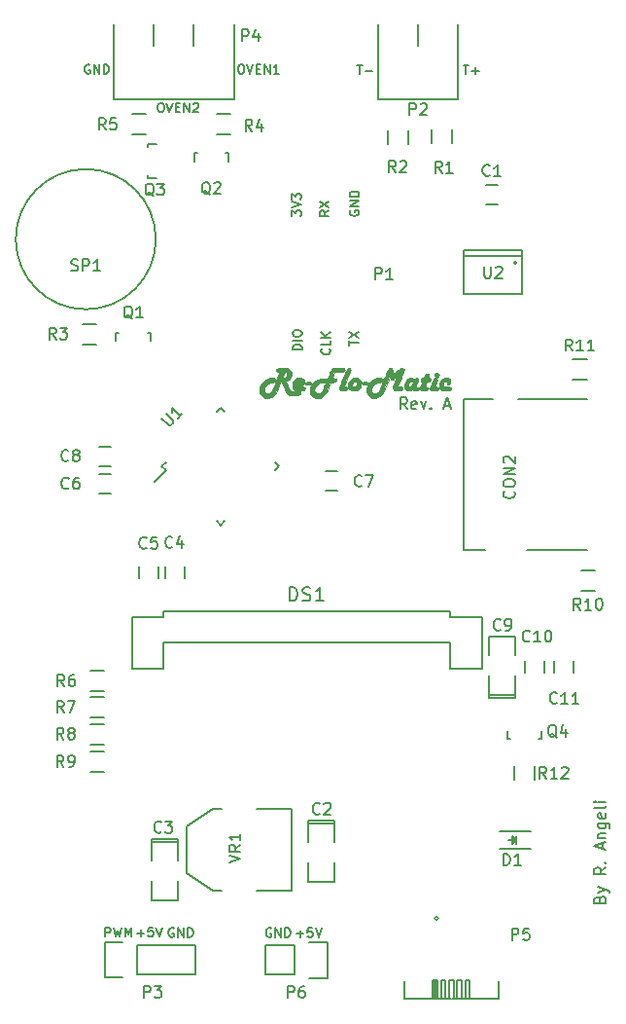
<source format=gto>
G04 #@! TF.FileFunction,Legend,Top*
%FSLAX46Y46*%
G04 Gerber Fmt 4.6, Leading zero omitted, Abs format (unit mm)*
G04 Created by KiCad (PCBNEW 4.0.1-stable) date 3/14/2016 3:22:51 AM*
%MOMM*%
G01*
G04 APERTURE LIST*
%ADD10C,0.100000*%
%ADD11C,0.160000*%
%ADD12C,0.200000*%
%ADD13C,0.150000*%
%ADD14C,0.010000*%
G04 APERTURE END LIST*
D10*
D11*
X156940305Y-91211239D02*
X156940305Y-90754096D01*
X157740305Y-90982667D02*
X156940305Y-90982667D01*
X156940305Y-90563619D02*
X157740305Y-90030286D01*
X156940305Y-90030286D02*
X157740305Y-90563619D01*
X155225714Y-91490600D02*
X155263810Y-91528695D01*
X155301905Y-91642981D01*
X155301905Y-91719171D01*
X155263810Y-91833457D01*
X155187619Y-91909648D01*
X155111429Y-91947743D01*
X154959048Y-91985838D01*
X154844762Y-91985838D01*
X154692381Y-91947743D01*
X154616190Y-91909648D01*
X154540000Y-91833457D01*
X154501905Y-91719171D01*
X154501905Y-91642981D01*
X154540000Y-91528695D01*
X154578095Y-91490600D01*
X155301905Y-90766790D02*
X155301905Y-91147743D01*
X154501905Y-91147743D01*
X155301905Y-90500124D02*
X154501905Y-90500124D01*
X155301905Y-90042981D02*
X154844762Y-90385838D01*
X154501905Y-90042981D02*
X154959048Y-90500124D01*
X152812705Y-91566771D02*
X152012705Y-91566771D01*
X152012705Y-91376295D01*
X152050800Y-91262009D01*
X152126990Y-91185818D01*
X152203181Y-91147723D01*
X152355562Y-91109628D01*
X152469848Y-91109628D01*
X152622229Y-91147723D01*
X152698419Y-91185818D01*
X152774610Y-91262009D01*
X152812705Y-91376295D01*
X152812705Y-91566771D01*
X152812705Y-90766771D02*
X152012705Y-90766771D01*
X152012705Y-90233438D02*
X152012705Y-90081057D01*
X152050800Y-90004866D01*
X152126990Y-89928676D01*
X152279371Y-89890581D01*
X152546038Y-89890581D01*
X152698419Y-89928676D01*
X152774610Y-90004866D01*
X152812705Y-90081057D01*
X152812705Y-90233438D01*
X152774610Y-90309628D01*
X152698419Y-90385819D01*
X152546038Y-90423914D01*
X152279371Y-90423914D01*
X152126990Y-90385819D01*
X152050800Y-90309628D01*
X152012705Y-90233438D01*
X157029200Y-79476676D02*
X156991105Y-79552867D01*
X156991105Y-79667152D01*
X157029200Y-79781438D01*
X157105390Y-79857629D01*
X157181581Y-79895724D01*
X157333962Y-79933819D01*
X157448248Y-79933819D01*
X157600629Y-79895724D01*
X157676819Y-79857629D01*
X157753010Y-79781438D01*
X157791105Y-79667152D01*
X157791105Y-79590962D01*
X157753010Y-79476676D01*
X157714914Y-79438581D01*
X157448248Y-79438581D01*
X157448248Y-79590962D01*
X157791105Y-79095724D02*
X156991105Y-79095724D01*
X157791105Y-78638581D01*
X156991105Y-78638581D01*
X157791105Y-78257629D02*
X156991105Y-78257629D01*
X156991105Y-78067153D01*
X157029200Y-77952867D01*
X157105390Y-77876676D01*
X157181581Y-77838581D01*
X157333962Y-77800486D01*
X157448248Y-77800486D01*
X157600629Y-77838581D01*
X157676819Y-77876676D01*
X157753010Y-77952867D01*
X157791105Y-78067153D01*
X157791105Y-78257629D01*
X155149505Y-79463981D02*
X154768552Y-79730648D01*
X155149505Y-79921124D02*
X154349505Y-79921124D01*
X154349505Y-79616362D01*
X154387600Y-79540171D01*
X154425695Y-79502076D01*
X154501886Y-79463981D01*
X154616171Y-79463981D01*
X154692362Y-79502076D01*
X154730457Y-79540171D01*
X154768552Y-79616362D01*
X154768552Y-79921124D01*
X154349505Y-79197314D02*
X155149505Y-78663981D01*
X154349505Y-78663981D02*
X155149505Y-79197314D01*
X151961905Y-79946514D02*
X151961905Y-79451276D01*
X152266667Y-79717943D01*
X152266667Y-79603657D01*
X152304762Y-79527467D01*
X152342857Y-79489371D01*
X152419048Y-79451276D01*
X152609524Y-79451276D01*
X152685714Y-79489371D01*
X152723810Y-79527467D01*
X152761905Y-79603657D01*
X152761905Y-79832229D01*
X152723810Y-79908419D01*
X152685714Y-79946514D01*
X151961905Y-79222705D02*
X152761905Y-78956038D01*
X151961905Y-78689371D01*
X151961905Y-78498895D02*
X151961905Y-78003657D01*
X152266667Y-78270324D01*
X152266667Y-78156038D01*
X152304762Y-78079848D01*
X152342857Y-78041752D01*
X152419048Y-78003657D01*
X152609524Y-78003657D01*
X152685714Y-78041752D01*
X152723810Y-78079848D01*
X152761905Y-78156038D01*
X152761905Y-78384610D01*
X152723810Y-78460800D01*
X152685714Y-78498895D01*
X152362029Y-142373343D02*
X152971553Y-142373343D01*
X152666791Y-142678105D02*
X152666791Y-142068581D01*
X153733458Y-141878105D02*
X153352505Y-141878105D01*
X153314410Y-142259057D01*
X153352505Y-142220962D01*
X153428696Y-142182867D01*
X153619172Y-142182867D01*
X153695362Y-142220962D01*
X153733458Y-142259057D01*
X153771553Y-142335248D01*
X153771553Y-142525724D01*
X153733458Y-142601914D01*
X153695362Y-142640010D01*
X153619172Y-142678105D01*
X153428696Y-142678105D01*
X153352505Y-142640010D01*
X153314410Y-142601914D01*
X154000124Y-141878105D02*
X154266791Y-142678105D01*
X154533458Y-141878105D01*
X150139477Y-141916200D02*
X150063286Y-141878105D01*
X149949001Y-141878105D01*
X149834715Y-141916200D01*
X149758524Y-141992390D01*
X149720429Y-142068581D01*
X149682334Y-142220962D01*
X149682334Y-142335248D01*
X149720429Y-142487629D01*
X149758524Y-142563819D01*
X149834715Y-142640010D01*
X149949001Y-142678105D01*
X150025191Y-142678105D01*
X150139477Y-142640010D01*
X150177572Y-142601914D01*
X150177572Y-142335248D01*
X150025191Y-142335248D01*
X150520429Y-142678105D02*
X150520429Y-141878105D01*
X150977572Y-142678105D01*
X150977572Y-141878105D01*
X151358524Y-142678105D02*
X151358524Y-141878105D01*
X151549000Y-141878105D01*
X151663286Y-141916200D01*
X151739477Y-141992390D01*
X151777572Y-142068581D01*
X151815667Y-142220962D01*
X151815667Y-142335248D01*
X151777572Y-142487629D01*
X151739477Y-142563819D01*
X151663286Y-142640010D01*
X151549000Y-142678105D01*
X151358524Y-142678105D01*
X141655877Y-141916200D02*
X141579686Y-141878105D01*
X141465401Y-141878105D01*
X141351115Y-141916200D01*
X141274924Y-141992390D01*
X141236829Y-142068581D01*
X141198734Y-142220962D01*
X141198734Y-142335248D01*
X141236829Y-142487629D01*
X141274924Y-142563819D01*
X141351115Y-142640010D01*
X141465401Y-142678105D01*
X141541591Y-142678105D01*
X141655877Y-142640010D01*
X141693972Y-142601914D01*
X141693972Y-142335248D01*
X141541591Y-142335248D01*
X142036829Y-142678105D02*
X142036829Y-141878105D01*
X142493972Y-142678105D01*
X142493972Y-141878105D01*
X142874924Y-142678105D02*
X142874924Y-141878105D01*
X143065400Y-141878105D01*
X143179686Y-141916200D01*
X143255877Y-141992390D01*
X143293972Y-142068581D01*
X143332067Y-142220962D01*
X143332067Y-142335248D01*
X143293972Y-142487629D01*
X143255877Y-142563819D01*
X143179686Y-142640010D01*
X143065400Y-142678105D01*
X142874924Y-142678105D01*
X138468229Y-142322543D02*
X139077753Y-142322543D01*
X138772991Y-142627305D02*
X138772991Y-142017781D01*
X139839658Y-141827305D02*
X139458705Y-141827305D01*
X139420610Y-142208257D01*
X139458705Y-142170162D01*
X139534896Y-142132067D01*
X139725372Y-142132067D01*
X139801562Y-142170162D01*
X139839658Y-142208257D01*
X139877753Y-142284448D01*
X139877753Y-142474924D01*
X139839658Y-142551114D01*
X139801562Y-142589210D01*
X139725372Y-142627305D01*
X139534896Y-142627305D01*
X139458705Y-142589210D01*
X139420610Y-142551114D01*
X140106324Y-141827305D02*
X140372991Y-142627305D01*
X140639658Y-141827305D01*
X135705990Y-142652705D02*
X135705990Y-141852705D01*
X136010752Y-141852705D01*
X136086943Y-141890800D01*
X136125038Y-141928895D01*
X136163133Y-142005086D01*
X136163133Y-142119371D01*
X136125038Y-142195562D01*
X136086943Y-142233657D01*
X136010752Y-142271752D01*
X135705990Y-142271752D01*
X136429800Y-141852705D02*
X136620276Y-142652705D01*
X136772657Y-142081276D01*
X136925038Y-142652705D01*
X137115514Y-141852705D01*
X137420276Y-142652705D02*
X137420276Y-141852705D01*
X137686943Y-142424133D01*
X137953610Y-141852705D01*
X137953610Y-142652705D01*
X157619790Y-66821105D02*
X158076933Y-66821105D01*
X157848362Y-67621105D02*
X157848362Y-66821105D01*
X158343600Y-67316343D02*
X158953124Y-67316343D01*
X166890790Y-66821105D02*
X167347933Y-66821105D01*
X167119362Y-67621105D02*
X167119362Y-66821105D01*
X167614600Y-67316343D02*
X168224124Y-67316343D01*
X167919362Y-67621105D02*
X167919362Y-67011581D01*
X134340677Y-66808400D02*
X134264486Y-66770305D01*
X134150201Y-66770305D01*
X134035915Y-66808400D01*
X133959724Y-66884590D01*
X133921629Y-66960781D01*
X133883534Y-67113162D01*
X133883534Y-67227448D01*
X133921629Y-67379829D01*
X133959724Y-67456019D01*
X134035915Y-67532210D01*
X134150201Y-67570305D01*
X134226391Y-67570305D01*
X134340677Y-67532210D01*
X134378772Y-67494114D01*
X134378772Y-67227448D01*
X134226391Y-67227448D01*
X134721629Y-67570305D02*
X134721629Y-66770305D01*
X135178772Y-67570305D01*
X135178772Y-66770305D01*
X135559724Y-67570305D02*
X135559724Y-66770305D01*
X135750200Y-66770305D01*
X135864486Y-66808400D01*
X135940677Y-66884590D01*
X135978772Y-66960781D01*
X136016867Y-67113162D01*
X136016867Y-67227448D01*
X135978772Y-67379829D01*
X135940677Y-67456019D01*
X135864486Y-67532210D01*
X135750200Y-67570305D01*
X135559724Y-67570305D01*
X147466248Y-66770305D02*
X147618629Y-66770305D01*
X147694820Y-66808400D01*
X147771010Y-66884590D01*
X147809105Y-67036971D01*
X147809105Y-67303638D01*
X147771010Y-67456019D01*
X147694820Y-67532210D01*
X147618629Y-67570305D01*
X147466248Y-67570305D01*
X147390058Y-67532210D01*
X147313867Y-67456019D01*
X147275772Y-67303638D01*
X147275772Y-67036971D01*
X147313867Y-66884590D01*
X147390058Y-66808400D01*
X147466248Y-66770305D01*
X148037676Y-66770305D02*
X148304343Y-67570305D01*
X148571010Y-66770305D01*
X148837676Y-67151257D02*
X149104343Y-67151257D01*
X149218629Y-67570305D02*
X148837676Y-67570305D01*
X148837676Y-66770305D01*
X149218629Y-66770305D01*
X149561486Y-67570305D02*
X149561486Y-66770305D01*
X150018629Y-67570305D01*
X150018629Y-66770305D01*
X150818629Y-67570305D02*
X150361486Y-67570305D01*
X150590057Y-67570305D02*
X150590057Y-66770305D01*
X150513867Y-66884590D01*
X150437676Y-66960781D01*
X150361486Y-66998876D01*
X140455848Y-70123105D02*
X140608229Y-70123105D01*
X140684420Y-70161200D01*
X140760610Y-70237390D01*
X140798705Y-70389771D01*
X140798705Y-70656438D01*
X140760610Y-70808819D01*
X140684420Y-70885010D01*
X140608229Y-70923105D01*
X140455848Y-70923105D01*
X140379658Y-70885010D01*
X140303467Y-70808819D01*
X140265372Y-70656438D01*
X140265372Y-70389771D01*
X140303467Y-70237390D01*
X140379658Y-70161200D01*
X140455848Y-70123105D01*
X141027276Y-70123105D02*
X141293943Y-70923105D01*
X141560610Y-70123105D01*
X141827276Y-70504057D02*
X142093943Y-70504057D01*
X142208229Y-70923105D02*
X141827276Y-70923105D01*
X141827276Y-70123105D01*
X142208229Y-70123105D01*
X142551086Y-70923105D02*
X142551086Y-70123105D01*
X143008229Y-70923105D01*
X143008229Y-70123105D01*
X143351086Y-70199295D02*
X143389181Y-70161200D01*
X143465372Y-70123105D01*
X143655848Y-70123105D01*
X143732038Y-70161200D01*
X143770134Y-70199295D01*
X143808229Y-70275486D01*
X143808229Y-70351676D01*
X143770134Y-70465962D01*
X143312991Y-70923105D01*
X143808229Y-70923105D01*
D12*
X178769971Y-139377228D02*
X178817590Y-139234371D01*
X178865210Y-139186752D01*
X178960448Y-139139133D01*
X179103305Y-139139133D01*
X179198543Y-139186752D01*
X179246162Y-139234371D01*
X179293781Y-139329609D01*
X179293781Y-139710562D01*
X178293781Y-139710562D01*
X178293781Y-139377228D01*
X178341400Y-139281990D01*
X178389019Y-139234371D01*
X178484257Y-139186752D01*
X178579495Y-139186752D01*
X178674733Y-139234371D01*
X178722352Y-139281990D01*
X178769971Y-139377228D01*
X178769971Y-139710562D01*
X178627114Y-138805800D02*
X179293781Y-138567705D01*
X178627114Y-138329609D02*
X179293781Y-138567705D01*
X179531876Y-138662943D01*
X179579495Y-138710562D01*
X179627114Y-138805800D01*
X179293781Y-136615323D02*
X178817590Y-136948657D01*
X179293781Y-137186752D02*
X178293781Y-137186752D01*
X178293781Y-136805799D01*
X178341400Y-136710561D01*
X178389019Y-136662942D01*
X178484257Y-136615323D01*
X178627114Y-136615323D01*
X178722352Y-136662942D01*
X178769971Y-136710561D01*
X178817590Y-136805799D01*
X178817590Y-137186752D01*
X179198543Y-136186752D02*
X179246162Y-136139133D01*
X179293781Y-136186752D01*
X179246162Y-136234371D01*
X179198543Y-136186752D01*
X179293781Y-136186752D01*
X179008067Y-134996276D02*
X179008067Y-134520085D01*
X179293781Y-135091514D02*
X178293781Y-134758181D01*
X179293781Y-134424847D01*
X178627114Y-134091514D02*
X179293781Y-134091514D01*
X178722352Y-134091514D02*
X178674733Y-134043895D01*
X178627114Y-133948657D01*
X178627114Y-133805799D01*
X178674733Y-133710561D01*
X178769971Y-133662942D01*
X179293781Y-133662942D01*
X178627114Y-132758180D02*
X179436638Y-132758180D01*
X179531876Y-132805799D01*
X179579495Y-132853418D01*
X179627114Y-132948657D01*
X179627114Y-133091514D01*
X179579495Y-133186752D01*
X179246162Y-132758180D02*
X179293781Y-132853418D01*
X179293781Y-133043895D01*
X179246162Y-133139133D01*
X179198543Y-133186752D01*
X179103305Y-133234371D01*
X178817590Y-133234371D01*
X178722352Y-133186752D01*
X178674733Y-133139133D01*
X178627114Y-133043895D01*
X178627114Y-132853418D01*
X178674733Y-132758180D01*
X179246162Y-131901037D02*
X179293781Y-131996275D01*
X179293781Y-132186752D01*
X179246162Y-132281990D01*
X179150924Y-132329609D01*
X178769971Y-132329609D01*
X178674733Y-132281990D01*
X178627114Y-132186752D01*
X178627114Y-131996275D01*
X178674733Y-131901037D01*
X178769971Y-131853418D01*
X178865210Y-131853418D01*
X178960448Y-132329609D01*
X179293781Y-131281990D02*
X179246162Y-131377228D01*
X179150924Y-131424847D01*
X178293781Y-131424847D01*
X179293781Y-130901037D02*
X178627114Y-130901037D01*
X178293781Y-130901037D02*
X178341400Y-130948656D01*
X178389019Y-130901037D01*
X178341400Y-130853418D01*
X178293781Y-130901037D01*
X178389019Y-130901037D01*
X161977581Y-96743781D02*
X161644247Y-96267590D01*
X161406152Y-96743781D02*
X161406152Y-95743781D01*
X161787105Y-95743781D01*
X161882343Y-95791400D01*
X161929962Y-95839019D01*
X161977581Y-95934257D01*
X161977581Y-96077114D01*
X161929962Y-96172352D01*
X161882343Y-96219971D01*
X161787105Y-96267590D01*
X161406152Y-96267590D01*
X162787105Y-96696162D02*
X162691867Y-96743781D01*
X162501390Y-96743781D01*
X162406152Y-96696162D01*
X162358533Y-96600924D01*
X162358533Y-96219971D01*
X162406152Y-96124733D01*
X162501390Y-96077114D01*
X162691867Y-96077114D01*
X162787105Y-96124733D01*
X162834724Y-96219971D01*
X162834724Y-96315210D01*
X162358533Y-96410448D01*
X163168057Y-96077114D02*
X163406152Y-96743781D01*
X163644248Y-96077114D01*
X164025200Y-96648543D02*
X164072819Y-96696162D01*
X164025200Y-96743781D01*
X163977581Y-96696162D01*
X164025200Y-96648543D01*
X164025200Y-96743781D01*
X165215676Y-96458067D02*
X165691867Y-96458067D01*
X165120438Y-96743781D02*
X165453771Y-95743781D01*
X165787105Y-96743781D01*
D13*
X140750000Y-114350000D02*
X165750000Y-114350000D01*
X140750000Y-117050000D02*
X165750000Y-117050000D01*
X140750000Y-117050000D02*
X140750000Y-119300000D01*
X165750000Y-117050000D02*
X165750000Y-119300000D01*
X140750000Y-119300000D02*
X138010000Y-119300000D01*
X165750000Y-119300000D02*
X168490000Y-119300000D01*
X138010000Y-119300000D02*
X138010000Y-114850000D01*
X168490000Y-119300000D02*
X168490000Y-114850000D01*
X138010000Y-114850000D02*
X140750000Y-114850000D01*
X168490000Y-114850000D02*
X165750000Y-114850000D01*
X140750000Y-114850000D02*
X140750000Y-114350000D01*
X165750000Y-114850000D02*
X165750000Y-114350000D01*
X140750000Y-114350000D02*
X165750000Y-114350000D01*
X140750000Y-117050000D02*
X165750000Y-117050000D01*
X140750000Y-117050000D02*
X140750000Y-119300000D01*
X165750000Y-117050000D02*
X165750000Y-119300000D01*
X140750000Y-119300000D02*
X138010000Y-119300000D01*
X165750000Y-119300000D02*
X168490000Y-119300000D01*
X138010000Y-119300000D02*
X138010000Y-114850000D01*
X168490000Y-119300000D02*
X168490000Y-114850000D01*
X138010000Y-114850000D02*
X140750000Y-114850000D01*
X168490000Y-114850000D02*
X165750000Y-114850000D01*
X140750000Y-114850000D02*
X140750000Y-114350000D01*
X165750000Y-114850000D02*
X165750000Y-114350000D01*
X169841800Y-77280400D02*
X168841800Y-77280400D01*
X168841800Y-78980400D02*
X169841800Y-78980400D01*
X155651200Y-132765800D02*
X155651200Y-132511800D01*
X155651200Y-132511800D02*
X153365200Y-132511800D01*
X153365200Y-132511800D02*
X153365200Y-132765800D01*
X155651200Y-132765800D02*
X153365200Y-132765800D01*
X153365200Y-132765800D02*
X153365200Y-134416800D01*
X155651200Y-136194800D02*
X155651200Y-137845800D01*
X155651200Y-137845800D02*
X153365200Y-137845800D01*
X153365200Y-137845800D02*
X153365200Y-136194800D01*
X155651200Y-134416800D02*
X155651200Y-132765800D01*
X141986000Y-134366000D02*
X141986000Y-134112000D01*
X141986000Y-134112000D02*
X139700000Y-134112000D01*
X139700000Y-134112000D02*
X139700000Y-134366000D01*
X141986000Y-134366000D02*
X139700000Y-134366000D01*
X139700000Y-134366000D02*
X139700000Y-136017000D01*
X141986000Y-137795000D02*
X141986000Y-139446000D01*
X141986000Y-139446000D02*
X139700000Y-139446000D01*
X139700000Y-139446000D02*
X139700000Y-137795000D01*
X141986000Y-136017000D02*
X141986000Y-134366000D01*
X142607400Y-111421800D02*
X142607400Y-110421800D01*
X140907400Y-110421800D02*
X140907400Y-111421800D01*
X140346800Y-111447200D02*
X140346800Y-110447200D01*
X138646800Y-110447200D02*
X138646800Y-111447200D01*
X135186800Y-104075600D02*
X136186800Y-104075600D01*
X136186800Y-102375600D02*
X135186800Y-102375600D01*
X155897200Y-102121600D02*
X154897200Y-102121600D01*
X154897200Y-103821600D02*
X155897200Y-103821600D01*
X135136000Y-101738800D02*
X136136000Y-101738800D01*
X136136000Y-100038800D02*
X135136000Y-100038800D01*
X169138600Y-121589800D02*
X169138600Y-121843800D01*
X169138600Y-121843800D02*
X171424600Y-121843800D01*
X171424600Y-121843800D02*
X171424600Y-121589800D01*
X169138600Y-121589800D02*
X171424600Y-121589800D01*
X171424600Y-121589800D02*
X171424600Y-119938800D01*
X169138600Y-118160800D02*
X169138600Y-116509800D01*
X169138600Y-116509800D02*
X171424600Y-116509800D01*
X171424600Y-116509800D02*
X171424600Y-118160800D01*
X169138600Y-119938800D02*
X169138600Y-121589800D01*
X173951000Y-119642000D02*
X173951000Y-118642000D01*
X172251000Y-118642000D02*
X172251000Y-119642000D01*
X176516400Y-119660800D02*
X176516400Y-118660800D01*
X174816400Y-118660800D02*
X174816400Y-119660800D01*
X171657800Y-95840800D02*
X177657800Y-95840800D01*
X166907800Y-95840800D02*
X169407800Y-95840800D01*
X166907800Y-108990800D02*
X166907800Y-95840800D01*
X167857800Y-108990800D02*
X166907800Y-108990800D01*
X168807800Y-108990800D02*
X167857800Y-108990800D01*
X177657800Y-108990800D02*
X172407800Y-108990800D01*
X172712180Y-133463600D02*
X170012180Y-133463600D01*
X172712180Y-134963600D02*
X170012180Y-134963600D01*
X171212180Y-134063600D02*
X171212180Y-134313600D01*
X171212180Y-134313600D02*
X171362180Y-134163600D01*
X171462180Y-134563600D02*
X171462180Y-133863600D01*
X171112180Y-134213600D02*
X170762180Y-134213600D01*
X171462180Y-134213600D02*
X171112180Y-134563600D01*
X171112180Y-134563600D02*
X171112180Y-133863600D01*
X171112180Y-133863600D02*
X171462180Y-134213600D01*
X159438400Y-69807600D02*
X166438400Y-69807600D01*
X159438400Y-69807600D02*
X159438400Y-63307600D01*
X162938400Y-63307600D02*
X162938400Y-65157600D01*
X166438400Y-69807600D02*
X166438400Y-63307600D01*
X136405800Y-69807600D02*
X146905800Y-69807600D01*
X136405800Y-69807600D02*
X136405800Y-63307600D01*
X143405800Y-63307600D02*
X143405800Y-65157600D01*
X146905800Y-69807600D02*
X146905800Y-63307600D01*
X139905800Y-63307600D02*
X139905800Y-65157600D01*
X164678021Y-141034000D02*
G75*
G03X164678021Y-141034000I-141421J0D01*
G01*
X164236600Y-146434000D02*
X164236600Y-148034000D01*
X167436600Y-146434000D02*
X167436600Y-147934000D01*
X167036600Y-146434000D02*
X167436600Y-146434000D01*
X167036600Y-147934000D02*
X167036600Y-146434000D01*
X166336600Y-147934000D02*
X166336600Y-146434000D01*
X166336600Y-146434000D02*
X166736600Y-146434000D01*
X166736600Y-146434000D02*
X166736600Y-147934000D01*
X166036600Y-146434000D02*
X166036600Y-147934000D01*
X165636600Y-146434000D02*
X166036600Y-146434000D01*
X165636600Y-147934000D02*
X165636600Y-146434000D01*
X164936600Y-147934000D02*
X164936600Y-146434000D01*
X164936600Y-146434000D02*
X165336600Y-146434000D01*
X165336600Y-146434000D02*
X165336600Y-147934000D01*
X164336600Y-146434000D02*
X164336600Y-147834000D01*
X164336600Y-147834000D02*
X164536600Y-147834000D01*
X164536600Y-147834000D02*
X164536600Y-146434000D01*
X164536600Y-146434000D02*
X164436600Y-146434000D01*
X164436600Y-146434000D02*
X164436600Y-147734000D01*
X164336600Y-148034000D02*
X164336600Y-146434000D01*
X164236600Y-146434000D02*
X164636600Y-146434000D01*
X164636600Y-146434000D02*
X164636600Y-147934000D01*
X164636600Y-147934000D02*
X164336600Y-147934000D01*
X165861600Y-148034000D02*
X169911600Y-148034000D01*
X169936600Y-148034000D02*
X169936600Y-146534000D01*
X161736600Y-148034000D02*
X161736600Y-146534000D01*
X165811600Y-148034000D02*
X161761600Y-148034000D01*
X139424360Y-90129360D02*
X139376100Y-90129360D01*
X136625380Y-90830400D02*
X136625380Y-90129360D01*
X136625380Y-90129360D02*
X136874300Y-90129360D01*
X139424360Y-90129360D02*
X139625020Y-90129360D01*
X139625020Y-90129360D02*
X139625020Y-90830400D01*
X146231560Y-74482960D02*
X146183300Y-74482960D01*
X143432580Y-75184000D02*
X143432580Y-74482960D01*
X143432580Y-74482960D02*
X143681500Y-74482960D01*
X146231560Y-74482960D02*
X146432220Y-74482960D01*
X146432220Y-74482960D02*
X146432220Y-75184000D01*
X139430760Y-73859440D02*
X139430760Y-73907700D01*
X140131800Y-76658420D02*
X139430760Y-76658420D01*
X139430760Y-76658420D02*
X139430760Y-76409500D01*
X139430760Y-73859440D02*
X139430760Y-73658780D01*
X139430760Y-73658780D02*
X140131800Y-73658780D01*
X170887440Y-125415040D02*
X170935700Y-125415040D01*
X173686420Y-124714000D02*
X173686420Y-125415040D01*
X173686420Y-125415040D02*
X173437500Y-125415040D01*
X170887440Y-125415040D02*
X170686780Y-125415040D01*
X170686780Y-125415040D02*
X170686780Y-124714000D01*
X165873400Y-72399600D02*
X165873400Y-73599600D01*
X164123400Y-73599600D02*
X164123400Y-72399600D01*
X162063400Y-72475800D02*
X162063400Y-73675800D01*
X160313400Y-73675800D02*
X160313400Y-72475800D01*
X133740600Y-89345800D02*
X134940600Y-89345800D01*
X134940600Y-91095800D02*
X133740600Y-91095800D01*
X146573800Y-72858600D02*
X145373800Y-72858600D01*
X145373800Y-71108600D02*
X146573800Y-71108600D01*
X139207800Y-72807800D02*
X138007800Y-72807800D01*
X138007800Y-71057800D02*
X139207800Y-71057800D01*
X134375600Y-119521000D02*
X135575600Y-119521000D01*
X135575600Y-121271000D02*
X134375600Y-121271000D01*
X134375600Y-121807000D02*
X135575600Y-121807000D01*
X135575600Y-123557000D02*
X134375600Y-123557000D01*
X134375600Y-124143800D02*
X135575600Y-124143800D01*
X135575600Y-125893800D02*
X134375600Y-125893800D01*
X134375600Y-126531400D02*
X135575600Y-126531400D01*
X135575600Y-128281400D02*
X134375600Y-128281400D01*
X177123800Y-110783400D02*
X178323800Y-110783400D01*
X178323800Y-112533400D02*
X177123800Y-112533400D01*
X177622800Y-94194600D02*
X176422800Y-94194600D01*
X176422800Y-92444600D02*
X177622800Y-92444600D01*
X171311600Y-129022400D02*
X171311600Y-127822400D01*
X173061600Y-127822400D02*
X173061600Y-129022400D01*
X140095800Y-81965800D02*
G75*
G03X140095800Y-81965800I-6100000J0D01*
G01*
X140605976Y-101727000D02*
X140977207Y-102098231D01*
X145732500Y-96600476D02*
X146103731Y-96971707D01*
X150859024Y-101727000D02*
X150487793Y-101355769D01*
X145732500Y-106853524D02*
X145361269Y-106482293D01*
X140605976Y-101727000D02*
X140977207Y-101355769D01*
X145732500Y-106853524D02*
X146103731Y-106482293D01*
X150859024Y-101727000D02*
X150487793Y-102098231D01*
X145732500Y-96600476D02*
X145361269Y-96971707D01*
X140977207Y-102098231D02*
X140004935Y-103070503D01*
X171500800Y-84023200D02*
G75*
G03X171500800Y-84023200I-127000J0D01*
G01*
X172008800Y-83388200D02*
X166928800Y-83388200D01*
X172008800Y-86690200D02*
X166928800Y-86690200D01*
X172008800Y-82880200D02*
X166928800Y-82880200D01*
X172008800Y-82880200D02*
X172008800Y-86690200D01*
X166928800Y-82880200D02*
X166928800Y-86690200D01*
X148894800Y-138658600D02*
X151942800Y-138658600D01*
X151942800Y-138658600D02*
X151942800Y-131546600D01*
X151942800Y-131546600D02*
X148894800Y-131546600D01*
X145846800Y-138658600D02*
X145084800Y-138658600D01*
X145084800Y-138658600D02*
X142798800Y-137134600D01*
X142798800Y-137134600D02*
X142798800Y-133070600D01*
X142798800Y-133070600D02*
X145084800Y-131546600D01*
X145084800Y-131546600D02*
X145846800Y-131546600D01*
X138480800Y-145897600D02*
X143560800Y-145897600D01*
X143560800Y-145897600D02*
X143560800Y-143357600D01*
X143560800Y-143357600D02*
X138480800Y-143357600D01*
X135660800Y-143077600D02*
X137210800Y-143077600D01*
X138480800Y-143357600D02*
X138480800Y-145897600D01*
X137210800Y-146177600D02*
X135660800Y-146177600D01*
X135660800Y-146177600D02*
X135660800Y-143077600D01*
X152196800Y-145948400D02*
X149656800Y-145948400D01*
X155016800Y-146228400D02*
X153466800Y-146228400D01*
X152196800Y-145948400D02*
X152196800Y-143408400D01*
X153466800Y-143128400D02*
X155016800Y-143128400D01*
X155016800Y-143128400D02*
X155016800Y-146228400D01*
X152196800Y-143408400D02*
X149656800Y-143408400D01*
X149656800Y-143408400D02*
X149656800Y-145948400D01*
D14*
G36*
X151308721Y-93169840D02*
X151448318Y-93178562D01*
X151555179Y-93195595D01*
X151638253Y-93223029D01*
X151706487Y-93262952D01*
X151768336Y-93316959D01*
X151855309Y-93438211D01*
X151903273Y-93582634D01*
X151910966Y-93739404D01*
X151877128Y-93897699D01*
X151844743Y-93973054D01*
X151791162Y-94054390D01*
X151715593Y-94140339D01*
X151631191Y-94218454D01*
X151551114Y-94276287D01*
X151499801Y-94299392D01*
X151451608Y-94317240D01*
X151434799Y-94333097D01*
X151445246Y-94372983D01*
X151473564Y-94448298D01*
X151515220Y-94549019D01*
X151565682Y-94665125D01*
X151620415Y-94786592D01*
X151674888Y-94903397D01*
X151724567Y-95005519D01*
X151764919Y-95082933D01*
X151791411Y-95125618D01*
X151794925Y-95129350D01*
X151821543Y-95146685D01*
X151859882Y-95158928D01*
X151918292Y-95166917D01*
X152005124Y-95171491D01*
X152128728Y-95173487D01*
X152237713Y-95173800D01*
X152387862Y-95174266D01*
X152495764Y-95176348D01*
X152569967Y-95181065D01*
X152619023Y-95189438D01*
X152651479Y-95202488D01*
X152675886Y-95221236D01*
X152681601Y-95226801D01*
X152720191Y-95287268D01*
X152718618Y-95347451D01*
X152693497Y-95409992D01*
X152647884Y-95457861D01*
X152576572Y-95492340D01*
X152474349Y-95514713D01*
X152336007Y-95526261D01*
X152156336Y-95528269D01*
X151999458Y-95524561D01*
X151832590Y-95516092D01*
X151707717Y-95501648D01*
X151616141Y-95478534D01*
X151549165Y-95444053D01*
X151498089Y-95395509D01*
X151473411Y-95361515D01*
X151450420Y-95317881D01*
X151411932Y-95235260D01*
X151361523Y-95121748D01*
X151302769Y-94985442D01*
X151239248Y-94834436D01*
X151219766Y-94787403D01*
X151011253Y-94282171D01*
X150863887Y-94645435D01*
X150748507Y-94918327D01*
X150641032Y-95145527D01*
X150537993Y-95330853D01*
X150435922Y-95478123D01*
X150331350Y-95591156D01*
X150220808Y-95673770D01*
X150100828Y-95729782D01*
X149967941Y-95763013D01*
X149836410Y-95776500D01*
X149725965Y-95779056D01*
X149645231Y-95771344D01*
X149573595Y-95750031D01*
X149517100Y-95724885D01*
X149356823Y-95622883D01*
X149238095Y-95492446D01*
X149161883Y-95335701D01*
X149129159Y-95154777D01*
X149140892Y-94951800D01*
X149147585Y-94914190D01*
X149213755Y-94703997D01*
X149324250Y-94513867D01*
X149474774Y-94349147D01*
X149661029Y-94215182D01*
X149744502Y-94171439D01*
X149922177Y-94098752D01*
X150087531Y-94053206D01*
X150235290Y-94034447D01*
X150360179Y-94042126D01*
X150456922Y-94075889D01*
X150520246Y-94135384D01*
X150544875Y-94220261D01*
X150544992Y-94224836D01*
X150533156Y-94291050D01*
X150491367Y-94341988D01*
X150413551Y-94381502D01*
X150293637Y-94413441D01*
X150228300Y-94425689D01*
X150019744Y-94476075D01*
X149852464Y-94549613D01*
X149721253Y-94648961D01*
X149663841Y-94713915D01*
X149583034Y-94850263D01*
X149542759Y-94990989D01*
X149543671Y-95126971D01*
X149586426Y-95249084D01*
X149621768Y-95299814D01*
X149709628Y-95370738D01*
X149811098Y-95397159D01*
X149920216Y-95381453D01*
X150031019Y-95325995D01*
X150137544Y-95233160D01*
X150233830Y-95105325D01*
X150269873Y-95041594D01*
X150293904Y-94990285D01*
X150334035Y-94898951D01*
X150387274Y-94774645D01*
X150450633Y-94624420D01*
X150521119Y-94455328D01*
X150595744Y-94274422D01*
X150612312Y-94234000D01*
X150694361Y-94033585D01*
X151109858Y-94033585D01*
X151124522Y-94041551D01*
X151172428Y-94036974D01*
X151238588Y-94023277D01*
X151308018Y-94003880D01*
X151365733Y-93982207D01*
X151387638Y-93970150D01*
X151460335Y-93896595D01*
X151505300Y-93805155D01*
X151520052Y-93709510D01*
X151502111Y-93623344D01*
X151460448Y-93568693D01*
X151408105Y-93532766D01*
X151365793Y-93524134D01*
X151327778Y-93547534D01*
X151288323Y-93607705D01*
X151241694Y-93709386D01*
X151216837Y-93769960D01*
X151175001Y-93873661D01*
X151140319Y-93959290D01*
X151117103Y-94016219D01*
X151109858Y-94033585D01*
X150694361Y-94033585D01*
X150898277Y-93535500D01*
X150776284Y-93522419D01*
X150665110Y-93499420D01*
X150598264Y-93457505D01*
X150571937Y-93394000D01*
X150571200Y-93378320D01*
X150579123Y-93307705D01*
X150606628Y-93254153D01*
X150659319Y-93215539D01*
X150742798Y-93189738D01*
X150862670Y-93174623D01*
X151024537Y-93168070D01*
X151127440Y-93167341D01*
X151308721Y-93169840D01*
X151308721Y-93169840D01*
G37*
X151308721Y-93169840D02*
X151448318Y-93178562D01*
X151555179Y-93195595D01*
X151638253Y-93223029D01*
X151706487Y-93262952D01*
X151768336Y-93316959D01*
X151855309Y-93438211D01*
X151903273Y-93582634D01*
X151910966Y-93739404D01*
X151877128Y-93897699D01*
X151844743Y-93973054D01*
X151791162Y-94054390D01*
X151715593Y-94140339D01*
X151631191Y-94218454D01*
X151551114Y-94276287D01*
X151499801Y-94299392D01*
X151451608Y-94317240D01*
X151434799Y-94333097D01*
X151445246Y-94372983D01*
X151473564Y-94448298D01*
X151515220Y-94549019D01*
X151565682Y-94665125D01*
X151620415Y-94786592D01*
X151674888Y-94903397D01*
X151724567Y-95005519D01*
X151764919Y-95082933D01*
X151791411Y-95125618D01*
X151794925Y-95129350D01*
X151821543Y-95146685D01*
X151859882Y-95158928D01*
X151918292Y-95166917D01*
X152005124Y-95171491D01*
X152128728Y-95173487D01*
X152237713Y-95173800D01*
X152387862Y-95174266D01*
X152495764Y-95176348D01*
X152569967Y-95181065D01*
X152619023Y-95189438D01*
X152651479Y-95202488D01*
X152675886Y-95221236D01*
X152681601Y-95226801D01*
X152720191Y-95287268D01*
X152718618Y-95347451D01*
X152693497Y-95409992D01*
X152647884Y-95457861D01*
X152576572Y-95492340D01*
X152474349Y-95514713D01*
X152336007Y-95526261D01*
X152156336Y-95528269D01*
X151999458Y-95524561D01*
X151832590Y-95516092D01*
X151707717Y-95501648D01*
X151616141Y-95478534D01*
X151549165Y-95444053D01*
X151498089Y-95395509D01*
X151473411Y-95361515D01*
X151450420Y-95317881D01*
X151411932Y-95235260D01*
X151361523Y-95121748D01*
X151302769Y-94985442D01*
X151239248Y-94834436D01*
X151219766Y-94787403D01*
X151011253Y-94282171D01*
X150863887Y-94645435D01*
X150748507Y-94918327D01*
X150641032Y-95145527D01*
X150537993Y-95330853D01*
X150435922Y-95478123D01*
X150331350Y-95591156D01*
X150220808Y-95673770D01*
X150100828Y-95729782D01*
X149967941Y-95763013D01*
X149836410Y-95776500D01*
X149725965Y-95779056D01*
X149645231Y-95771344D01*
X149573595Y-95750031D01*
X149517100Y-95724885D01*
X149356823Y-95622883D01*
X149238095Y-95492446D01*
X149161883Y-95335701D01*
X149129159Y-95154777D01*
X149140892Y-94951800D01*
X149147585Y-94914190D01*
X149213755Y-94703997D01*
X149324250Y-94513867D01*
X149474774Y-94349147D01*
X149661029Y-94215182D01*
X149744502Y-94171439D01*
X149922177Y-94098752D01*
X150087531Y-94053206D01*
X150235290Y-94034447D01*
X150360179Y-94042126D01*
X150456922Y-94075889D01*
X150520246Y-94135384D01*
X150544875Y-94220261D01*
X150544992Y-94224836D01*
X150533156Y-94291050D01*
X150491367Y-94341988D01*
X150413551Y-94381502D01*
X150293637Y-94413441D01*
X150228300Y-94425689D01*
X150019744Y-94476075D01*
X149852464Y-94549613D01*
X149721253Y-94648961D01*
X149663841Y-94713915D01*
X149583034Y-94850263D01*
X149542759Y-94990989D01*
X149543671Y-95126971D01*
X149586426Y-95249084D01*
X149621768Y-95299814D01*
X149709628Y-95370738D01*
X149811098Y-95397159D01*
X149920216Y-95381453D01*
X150031019Y-95325995D01*
X150137544Y-95233160D01*
X150233830Y-95105325D01*
X150269873Y-95041594D01*
X150293904Y-94990285D01*
X150334035Y-94898951D01*
X150387274Y-94774645D01*
X150450633Y-94624420D01*
X150521119Y-94455328D01*
X150595744Y-94274422D01*
X150612312Y-94234000D01*
X150694361Y-94033585D01*
X151109858Y-94033585D01*
X151124522Y-94041551D01*
X151172428Y-94036974D01*
X151238588Y-94023277D01*
X151308018Y-94003880D01*
X151365733Y-93982207D01*
X151387638Y-93970150D01*
X151460335Y-93896595D01*
X151505300Y-93805155D01*
X151520052Y-93709510D01*
X151502111Y-93623344D01*
X151460448Y-93568693D01*
X151408105Y-93532766D01*
X151365793Y-93524134D01*
X151327778Y-93547534D01*
X151288323Y-93607705D01*
X151241694Y-93709386D01*
X151216837Y-93769960D01*
X151175001Y-93873661D01*
X151140319Y-93959290D01*
X151117103Y-94016219D01*
X151109858Y-94033585D01*
X150694361Y-94033585D01*
X150898277Y-93535500D01*
X150776284Y-93522419D01*
X150665110Y-93499420D01*
X150598264Y-93457505D01*
X150571937Y-93394000D01*
X150571200Y-93378320D01*
X150579123Y-93307705D01*
X150606628Y-93254153D01*
X150659319Y-93215539D01*
X150742798Y-93189738D01*
X150862670Y-93174623D01*
X151024537Y-93168070D01*
X151127440Y-93167341D01*
X151308721Y-93169840D01*
G36*
X156150788Y-93168209D02*
X156276115Y-93170885D01*
X156365496Y-93176153D01*
X156426347Y-93184593D01*
X156466087Y-93196784D01*
X156483748Y-93206740D01*
X156531276Y-93267056D01*
X156538600Y-93343633D01*
X156506278Y-93422416D01*
X156473705Y-93459850D01*
X156444877Y-93484078D01*
X156413250Y-93501200D01*
X156369612Y-93512677D01*
X156304749Y-93519967D01*
X156209449Y-93524528D01*
X156074499Y-93527821D01*
X156040253Y-93528488D01*
X155673297Y-93535500D01*
X155573348Y-93774290D01*
X155531424Y-93876452D01*
X155498155Y-93961331D01*
X155477760Y-94017934D01*
X155473400Y-94034640D01*
X155496435Y-94046180D01*
X155556134Y-94054003D01*
X155620719Y-94056199D01*
X155725733Y-94062547D01*
X155789705Y-94085455D01*
X155821240Y-94130723D01*
X155829000Y-94196552D01*
X155812884Y-94280271D01*
X155761648Y-94341136D01*
X155670962Y-94382000D01*
X155536493Y-94405715D01*
X155507293Y-94408384D01*
X155309408Y-94424500D01*
X155141064Y-94833781D01*
X155033960Y-95081116D01*
X154933214Y-95282973D01*
X154834681Y-95443577D01*
X154734216Y-95567153D01*
X154627671Y-95657926D01*
X154510903Y-95720120D01*
X154379764Y-95757960D01*
X154230110Y-95775672D01*
X154216100Y-95776399D01*
X154103777Y-95779190D01*
X154022623Y-95772845D01*
X153953378Y-95754378D01*
X153885900Y-95725199D01*
X153732281Y-95625817D01*
X153615896Y-95496261D01*
X153538624Y-95342837D01*
X153502344Y-95171851D01*
X153508186Y-95010326D01*
X153908607Y-95010326D01*
X153911865Y-95139041D01*
X153932386Y-95205494D01*
X153999031Y-95313968D01*
X154089962Y-95377872D01*
X154205725Y-95397546D01*
X154237042Y-95395744D01*
X154326396Y-95378109D01*
X154405690Y-95347601D01*
X154427542Y-95334268D01*
X154489309Y-95279816D01*
X154549677Y-95205849D01*
X154611697Y-95106816D01*
X154678422Y-94977165D01*
X154752904Y-94811345D01*
X154838195Y-94603805D01*
X154861408Y-94545150D01*
X154913858Y-94411800D01*
X154764504Y-94411800D01*
X154585589Y-94429124D01*
X154416625Y-94477693D01*
X154262972Y-94552394D01*
X154129985Y-94648118D01*
X154023024Y-94759755D01*
X153947445Y-94882194D01*
X153908607Y-95010326D01*
X153508186Y-95010326D01*
X153508936Y-94989610D01*
X153560280Y-94802418D01*
X153590506Y-94734164D01*
X153623023Y-94664044D01*
X153639436Y-94620657D01*
X153636303Y-94613144D01*
X153635925Y-94613514D01*
X153596883Y-94627285D01*
X153522468Y-94635990D01*
X153427858Y-94639610D01*
X153328230Y-94638126D01*
X153238760Y-94631520D01*
X153174624Y-94619772D01*
X153160330Y-94614106D01*
X153119611Y-94565006D01*
X153111200Y-94513400D01*
X153121563Y-94455873D01*
X153157475Y-94417837D01*
X153226168Y-94396004D01*
X153334877Y-94387087D01*
X153390600Y-94386400D01*
X153518750Y-94391539D01*
X153603554Y-94408810D01*
X153651597Y-94440993D01*
X153669464Y-94490867D01*
X153670000Y-94504329D01*
X153672278Y-94534689D01*
X153684108Y-94543201D01*
X153712982Y-94526267D01*
X153766392Y-94480290D01*
X153817316Y-94433585D01*
X154018728Y-94281420D01*
X154250604Y-94166479D01*
X154506455Y-94091124D01*
X154779793Y-94057721D01*
X154853162Y-94056200D01*
X155062998Y-94056200D01*
X155195151Y-93719650D01*
X155263693Y-93547152D01*
X155317982Y-93416443D01*
X155361157Y-93321585D01*
X155396359Y-93256636D01*
X155426728Y-93215657D01*
X155455403Y-93192709D01*
X155478601Y-93183509D01*
X155522469Y-93178368D01*
X155607534Y-93173898D01*
X155724193Y-93170404D01*
X155862845Y-93168190D01*
X155982098Y-93167546D01*
X156150788Y-93168209D01*
X156150788Y-93168209D01*
G37*
X156150788Y-93168209D02*
X156276115Y-93170885D01*
X156365496Y-93176153D01*
X156426347Y-93184593D01*
X156466087Y-93196784D01*
X156483748Y-93206740D01*
X156531276Y-93267056D01*
X156538600Y-93343633D01*
X156506278Y-93422416D01*
X156473705Y-93459850D01*
X156444877Y-93484078D01*
X156413250Y-93501200D01*
X156369612Y-93512677D01*
X156304749Y-93519967D01*
X156209449Y-93524528D01*
X156074499Y-93527821D01*
X156040253Y-93528488D01*
X155673297Y-93535500D01*
X155573348Y-93774290D01*
X155531424Y-93876452D01*
X155498155Y-93961331D01*
X155477760Y-94017934D01*
X155473400Y-94034640D01*
X155496435Y-94046180D01*
X155556134Y-94054003D01*
X155620719Y-94056199D01*
X155725733Y-94062547D01*
X155789705Y-94085455D01*
X155821240Y-94130723D01*
X155829000Y-94196552D01*
X155812884Y-94280271D01*
X155761648Y-94341136D01*
X155670962Y-94382000D01*
X155536493Y-94405715D01*
X155507293Y-94408384D01*
X155309408Y-94424500D01*
X155141064Y-94833781D01*
X155033960Y-95081116D01*
X154933214Y-95282973D01*
X154834681Y-95443577D01*
X154734216Y-95567153D01*
X154627671Y-95657926D01*
X154510903Y-95720120D01*
X154379764Y-95757960D01*
X154230110Y-95775672D01*
X154216100Y-95776399D01*
X154103777Y-95779190D01*
X154022623Y-95772845D01*
X153953378Y-95754378D01*
X153885900Y-95725199D01*
X153732281Y-95625817D01*
X153615896Y-95496261D01*
X153538624Y-95342837D01*
X153502344Y-95171851D01*
X153508186Y-95010326D01*
X153908607Y-95010326D01*
X153911865Y-95139041D01*
X153932386Y-95205494D01*
X153999031Y-95313968D01*
X154089962Y-95377872D01*
X154205725Y-95397546D01*
X154237042Y-95395744D01*
X154326396Y-95378109D01*
X154405690Y-95347601D01*
X154427542Y-95334268D01*
X154489309Y-95279816D01*
X154549677Y-95205849D01*
X154611697Y-95106816D01*
X154678422Y-94977165D01*
X154752904Y-94811345D01*
X154838195Y-94603805D01*
X154861408Y-94545150D01*
X154913858Y-94411800D01*
X154764504Y-94411800D01*
X154585589Y-94429124D01*
X154416625Y-94477693D01*
X154262972Y-94552394D01*
X154129985Y-94648118D01*
X154023024Y-94759755D01*
X153947445Y-94882194D01*
X153908607Y-95010326D01*
X153508186Y-95010326D01*
X153508936Y-94989610D01*
X153560280Y-94802418D01*
X153590506Y-94734164D01*
X153623023Y-94664044D01*
X153639436Y-94620657D01*
X153636303Y-94613144D01*
X153635925Y-94613514D01*
X153596883Y-94627285D01*
X153522468Y-94635990D01*
X153427858Y-94639610D01*
X153328230Y-94638126D01*
X153238760Y-94631520D01*
X153174624Y-94619772D01*
X153160330Y-94614106D01*
X153119611Y-94565006D01*
X153111200Y-94513400D01*
X153121563Y-94455873D01*
X153157475Y-94417837D01*
X153226168Y-94396004D01*
X153334877Y-94387087D01*
X153390600Y-94386400D01*
X153518750Y-94391539D01*
X153603554Y-94408810D01*
X153651597Y-94440993D01*
X153669464Y-94490867D01*
X153670000Y-94504329D01*
X153672278Y-94534689D01*
X153684108Y-94543201D01*
X153712982Y-94526267D01*
X153766392Y-94480290D01*
X153817316Y-94433585D01*
X154018728Y-94281420D01*
X154250604Y-94166479D01*
X154506455Y-94091124D01*
X154779793Y-94057721D01*
X154853162Y-94056200D01*
X155062998Y-94056200D01*
X155195151Y-93719650D01*
X155263693Y-93547152D01*
X155317982Y-93416443D01*
X155361157Y-93321585D01*
X155396359Y-93256636D01*
X155426728Y-93215657D01*
X155455403Y-93192709D01*
X155478601Y-93183509D01*
X155522469Y-93178368D01*
X155607534Y-93173898D01*
X155724193Y-93170404D01*
X155862845Y-93168190D01*
X155982098Y-93167546D01*
X156150788Y-93168209D01*
G36*
X160547689Y-93152989D02*
X160608878Y-93177314D01*
X160657462Y-93223057D01*
X160698702Y-93298521D01*
X160737859Y-93412012D01*
X160758224Y-93485323D01*
X160815529Y-93702246D01*
X161071814Y-93450969D01*
X161204934Y-93325190D01*
X161312263Y-93235902D01*
X161399710Y-93179903D01*
X161473186Y-93153989D01*
X161538600Y-93154956D01*
X161586805Y-93171818D01*
X161651479Y-93219183D01*
X161693229Y-93270911D01*
X161703042Y-93292347D01*
X161707337Y-93317636D01*
X161704344Y-93352383D01*
X161692295Y-93402191D01*
X161669420Y-93472663D01*
X161633950Y-93569405D01*
X161584117Y-93698019D01*
X161518152Y-93864109D01*
X161460691Y-94007511D01*
X161390527Y-94182398D01*
X161326081Y-94343172D01*
X161269916Y-94483430D01*
X161224595Y-94596767D01*
X161192680Y-94676779D01*
X161176734Y-94717063D01*
X161175847Y-94719364D01*
X161175086Y-94742158D01*
X161200159Y-94757061D01*
X161260350Y-94767405D01*
X161327005Y-94773609D01*
X161418993Y-94785137D01*
X161493657Y-94801935D01*
X161531547Y-94818405D01*
X161563483Y-94874557D01*
X161564698Y-94951091D01*
X161536082Y-95028625D01*
X161520888Y-95050336D01*
X161495122Y-95077301D01*
X161462811Y-95095285D01*
X161413224Y-95106596D01*
X161335632Y-95113543D01*
X161219303Y-95118434D01*
X161201651Y-95119011D01*
X161034799Y-95120010D01*
X160915381Y-95110827D01*
X160853338Y-95095586D01*
X160780286Y-95040436D01*
X160731724Y-94955659D01*
X160716758Y-94860042D01*
X160721880Y-94824336D01*
X160735682Y-94784021D01*
X160765463Y-94706477D01*
X160807302Y-94601217D01*
X160857282Y-94477752D01*
X160911482Y-94345595D01*
X160965985Y-94214257D01*
X161016871Y-94093253D01*
X161060223Y-93992092D01*
X161092120Y-93920289D01*
X161106349Y-93891100D01*
X161095601Y-93896411D01*
X161055338Y-93930934D01*
X160992519Y-93988515D01*
X160939303Y-94038814D01*
X160852410Y-94119735D01*
X160790671Y-94170239D01*
X160744081Y-94196572D01*
X160702632Y-94204984D01*
X160674864Y-94203914D01*
X160624800Y-94194054D01*
X160590465Y-94168117D01*
X160559937Y-94113686D01*
X160538266Y-94061624D01*
X160484894Y-93927349D01*
X160286774Y-94417224D01*
X160176689Y-94685880D01*
X160080602Y-94911219D01*
X159995665Y-95097852D01*
X159919032Y-95250387D01*
X159847854Y-95373434D01*
X159779285Y-95471603D01*
X159710477Y-95549502D01*
X159638582Y-95611742D01*
X159560754Y-95662932D01*
X159496134Y-95697161D01*
X159382025Y-95738673D01*
X159246530Y-95766716D01*
X159108374Y-95779182D01*
X158986279Y-95773963D01*
X158927635Y-95761177D01*
X158786918Y-95696297D01*
X158659075Y-95602998D01*
X158559433Y-95493562D01*
X158526596Y-95439834D01*
X158489960Y-95334570D01*
X158467393Y-95200637D01*
X158461099Y-95058761D01*
X158472668Y-94932937D01*
X158518756Y-94757237D01*
X158591434Y-94605929D01*
X158699566Y-94462559D01*
X158761455Y-94396952D01*
X158899991Y-94278595D01*
X159056263Y-94180222D01*
X159221322Y-94104593D01*
X159386218Y-94054467D01*
X159542004Y-94032604D01*
X159679729Y-94041764D01*
X159785050Y-94081321D01*
X159842893Y-94126715D01*
X159865396Y-94180089D01*
X159867600Y-94216989D01*
X159857238Y-94286903D01*
X159821329Y-94338637D01*
X159752642Y-94377219D01*
X159643941Y-94407674D01*
X159573763Y-94421175D01*
X159380069Y-94463576D01*
X159228201Y-94517917D01*
X159109687Y-94589038D01*
X159016049Y-94681782D01*
X158952639Y-94776048D01*
X158894270Y-94912744D01*
X158872940Y-95046969D01*
X158886860Y-95170228D01*
X158934239Y-95274031D01*
X159013287Y-95349885D01*
X159079937Y-95379922D01*
X159151332Y-95396387D01*
X159211861Y-95393253D01*
X159287119Y-95368453D01*
X159303402Y-95361858D01*
X159347857Y-95341977D01*
X159388680Y-95318498D01*
X159427680Y-95287923D01*
X159466663Y-95246751D01*
X159507439Y-95191485D01*
X159551816Y-95118624D01*
X159601602Y-95024670D01*
X159658605Y-94906123D01*
X159724634Y-94759484D01*
X159801497Y-94581253D01*
X159891002Y-94367932D01*
X159994957Y-94116021D01*
X160115171Y-93822022D01*
X160174996Y-93675200D01*
X160252268Y-93492081D01*
X160317889Y-93353102D01*
X160375033Y-93253813D01*
X160426875Y-93189767D01*
X160476590Y-93156514D01*
X160527353Y-93149606D01*
X160547689Y-93152989D01*
X160547689Y-93152989D01*
G37*
X160547689Y-93152989D02*
X160608878Y-93177314D01*
X160657462Y-93223057D01*
X160698702Y-93298521D01*
X160737859Y-93412012D01*
X160758224Y-93485323D01*
X160815529Y-93702246D01*
X161071814Y-93450969D01*
X161204934Y-93325190D01*
X161312263Y-93235902D01*
X161399710Y-93179903D01*
X161473186Y-93153989D01*
X161538600Y-93154956D01*
X161586805Y-93171818D01*
X161651479Y-93219183D01*
X161693229Y-93270911D01*
X161703042Y-93292347D01*
X161707337Y-93317636D01*
X161704344Y-93352383D01*
X161692295Y-93402191D01*
X161669420Y-93472663D01*
X161633950Y-93569405D01*
X161584117Y-93698019D01*
X161518152Y-93864109D01*
X161460691Y-94007511D01*
X161390527Y-94182398D01*
X161326081Y-94343172D01*
X161269916Y-94483430D01*
X161224595Y-94596767D01*
X161192680Y-94676779D01*
X161176734Y-94717063D01*
X161175847Y-94719364D01*
X161175086Y-94742158D01*
X161200159Y-94757061D01*
X161260350Y-94767405D01*
X161327005Y-94773609D01*
X161418993Y-94785137D01*
X161493657Y-94801935D01*
X161531547Y-94818405D01*
X161563483Y-94874557D01*
X161564698Y-94951091D01*
X161536082Y-95028625D01*
X161520888Y-95050336D01*
X161495122Y-95077301D01*
X161462811Y-95095285D01*
X161413224Y-95106596D01*
X161335632Y-95113543D01*
X161219303Y-95118434D01*
X161201651Y-95119011D01*
X161034799Y-95120010D01*
X160915381Y-95110827D01*
X160853338Y-95095586D01*
X160780286Y-95040436D01*
X160731724Y-94955659D01*
X160716758Y-94860042D01*
X160721880Y-94824336D01*
X160735682Y-94784021D01*
X160765463Y-94706477D01*
X160807302Y-94601217D01*
X160857282Y-94477752D01*
X160911482Y-94345595D01*
X160965985Y-94214257D01*
X161016871Y-94093253D01*
X161060223Y-93992092D01*
X161092120Y-93920289D01*
X161106349Y-93891100D01*
X161095601Y-93896411D01*
X161055338Y-93930934D01*
X160992519Y-93988515D01*
X160939303Y-94038814D01*
X160852410Y-94119735D01*
X160790671Y-94170239D01*
X160744081Y-94196572D01*
X160702632Y-94204984D01*
X160674864Y-94203914D01*
X160624800Y-94194054D01*
X160590465Y-94168117D01*
X160559937Y-94113686D01*
X160538266Y-94061624D01*
X160484894Y-93927349D01*
X160286774Y-94417224D01*
X160176689Y-94685880D01*
X160080602Y-94911219D01*
X159995665Y-95097852D01*
X159919032Y-95250387D01*
X159847854Y-95373434D01*
X159779285Y-95471603D01*
X159710477Y-95549502D01*
X159638582Y-95611742D01*
X159560754Y-95662932D01*
X159496134Y-95697161D01*
X159382025Y-95738673D01*
X159246530Y-95766716D01*
X159108374Y-95779182D01*
X158986279Y-95773963D01*
X158927635Y-95761177D01*
X158786918Y-95696297D01*
X158659075Y-95602998D01*
X158559433Y-95493562D01*
X158526596Y-95439834D01*
X158489960Y-95334570D01*
X158467393Y-95200637D01*
X158461099Y-95058761D01*
X158472668Y-94932937D01*
X158518756Y-94757237D01*
X158591434Y-94605929D01*
X158699566Y-94462559D01*
X158761455Y-94396952D01*
X158899991Y-94278595D01*
X159056263Y-94180222D01*
X159221322Y-94104593D01*
X159386218Y-94054467D01*
X159542004Y-94032604D01*
X159679729Y-94041764D01*
X159785050Y-94081321D01*
X159842893Y-94126715D01*
X159865396Y-94180089D01*
X159867600Y-94216989D01*
X159857238Y-94286903D01*
X159821329Y-94338637D01*
X159752642Y-94377219D01*
X159643941Y-94407674D01*
X159573763Y-94421175D01*
X159380069Y-94463576D01*
X159228201Y-94517917D01*
X159109687Y-94589038D01*
X159016049Y-94681782D01*
X158952639Y-94776048D01*
X158894270Y-94912744D01*
X158872940Y-95046969D01*
X158886860Y-95170228D01*
X158934239Y-95274031D01*
X159013287Y-95349885D01*
X159079937Y-95379922D01*
X159151332Y-95396387D01*
X159211861Y-95393253D01*
X159287119Y-95368453D01*
X159303402Y-95361858D01*
X159347857Y-95341977D01*
X159388680Y-95318498D01*
X159427680Y-95287923D01*
X159466663Y-95246751D01*
X159507439Y-95191485D01*
X159551816Y-95118624D01*
X159601602Y-95024670D01*
X159658605Y-94906123D01*
X159724634Y-94759484D01*
X159801497Y-94581253D01*
X159891002Y-94367932D01*
X159994957Y-94116021D01*
X160115171Y-93822022D01*
X160174996Y-93675200D01*
X160252268Y-93492081D01*
X160317889Y-93353102D01*
X160375033Y-93253813D01*
X160426875Y-93189767D01*
X160476590Y-93156514D01*
X160527353Y-93149606D01*
X160547689Y-93152989D01*
G36*
X152824340Y-94058737D02*
X152824473Y-94058801D01*
X152930394Y-94133805D01*
X152993922Y-94236377D01*
X153015846Y-94367840D01*
X153015807Y-94381011D01*
X152999767Y-94499282D01*
X152952922Y-94588395D01*
X152871117Y-94651374D01*
X152750193Y-94691241D01*
X152585995Y-94711020D01*
X152560321Y-94712314D01*
X152433138Y-94720834D01*
X152355274Y-94732320D01*
X152325413Y-94745642D01*
X152342238Y-94759669D01*
X152404435Y-94773272D01*
X152510687Y-94785321D01*
X152656034Y-94794519D01*
X152782666Y-94802528D01*
X152895008Y-94813713D01*
X152980946Y-94826598D01*
X153028362Y-94839709D01*
X153028650Y-94839863D01*
X153076303Y-94890009D01*
X153085898Y-94958022D01*
X153058072Y-95028857D01*
X153018874Y-95070356D01*
X152986400Y-95092136D01*
X152947700Y-95106973D01*
X152892895Y-95116165D01*
X152812105Y-95121012D01*
X152695453Y-95122814D01*
X152618824Y-95122979D01*
X152475550Y-95121904D01*
X152371879Y-95117805D01*
X152296644Y-95109341D01*
X152238676Y-95095169D01*
X152186808Y-95073950D01*
X152179039Y-95070163D01*
X152077909Y-94992980D01*
X152006864Y-94881179D01*
X151971294Y-94744533D01*
X151968200Y-94687705D01*
X151989376Y-94519973D01*
X152021385Y-94437558D01*
X152387300Y-94437558D01*
X152527000Y-94431029D01*
X152608073Y-94424779D01*
X152650265Y-94412539D01*
X152665480Y-94389424D01*
X152666700Y-94373700D01*
X152647733Y-94329517D01*
X152599426Y-94313650D01*
X152534663Y-94326174D01*
X152466330Y-94367166D01*
X152460187Y-94372484D01*
X152387300Y-94437558D01*
X152021385Y-94437558D01*
X152048447Y-94367882D01*
X152138730Y-94236341D01*
X152253539Y-94130261D01*
X152386189Y-94054550D01*
X152529996Y-94014120D01*
X152678275Y-94013879D01*
X152824340Y-94058737D01*
X152824340Y-94058737D01*
G37*
X152824340Y-94058737D02*
X152824473Y-94058801D01*
X152930394Y-94133805D01*
X152993922Y-94236377D01*
X153015846Y-94367840D01*
X153015807Y-94381011D01*
X152999767Y-94499282D01*
X152952922Y-94588395D01*
X152871117Y-94651374D01*
X152750193Y-94691241D01*
X152585995Y-94711020D01*
X152560321Y-94712314D01*
X152433138Y-94720834D01*
X152355274Y-94732320D01*
X152325413Y-94745642D01*
X152342238Y-94759669D01*
X152404435Y-94773272D01*
X152510687Y-94785321D01*
X152656034Y-94794519D01*
X152782666Y-94802528D01*
X152895008Y-94813713D01*
X152980946Y-94826598D01*
X153028362Y-94839709D01*
X153028650Y-94839863D01*
X153076303Y-94890009D01*
X153085898Y-94958022D01*
X153058072Y-95028857D01*
X153018874Y-95070356D01*
X152986400Y-95092136D01*
X152947700Y-95106973D01*
X152892895Y-95116165D01*
X152812105Y-95121012D01*
X152695453Y-95122814D01*
X152618824Y-95122979D01*
X152475550Y-95121904D01*
X152371879Y-95117805D01*
X152296644Y-95109341D01*
X152238676Y-95095169D01*
X152186808Y-95073950D01*
X152179039Y-95070163D01*
X152077909Y-94992980D01*
X152006864Y-94881179D01*
X151971294Y-94744533D01*
X151968200Y-94687705D01*
X151989376Y-94519973D01*
X152021385Y-94437558D01*
X152387300Y-94437558D01*
X152527000Y-94431029D01*
X152608073Y-94424779D01*
X152650265Y-94412539D01*
X152665480Y-94389424D01*
X152666700Y-94373700D01*
X152647733Y-94329517D01*
X152599426Y-94313650D01*
X152534663Y-94326174D01*
X152466330Y-94367166D01*
X152460187Y-94372484D01*
X152387300Y-94437558D01*
X152021385Y-94437558D01*
X152048447Y-94367882D01*
X152138730Y-94236341D01*
X152253539Y-94130261D01*
X152386189Y-94054550D01*
X152529996Y-94014120D01*
X152678275Y-94013879D01*
X152824340Y-94058737D01*
G36*
X156996221Y-93207696D02*
X157038879Y-93264102D01*
X157047008Y-93313835D01*
X157037280Y-93354385D01*
X157010354Y-93435256D01*
X156968676Y-93549921D01*
X156914696Y-93691852D01*
X156850860Y-93854525D01*
X156779616Y-94031411D01*
X156759083Y-94081600D01*
X156472349Y-94780100D01*
X156610918Y-94808926D01*
X156720192Y-94844177D01*
X156782222Y-94893575D01*
X156796158Y-94955349D01*
X156761149Y-95027728D01*
X156731854Y-95060654D01*
X156698333Y-95090064D01*
X156661087Y-95108447D01*
X156607764Y-95118357D01*
X156526014Y-95122349D01*
X156430479Y-95123000D01*
X156313227Y-95121467D01*
X156233941Y-95115356D01*
X156179837Y-95102395D01*
X156138135Y-95080314D01*
X156121723Y-95068152D01*
X156074310Y-95020874D01*
X156060615Y-94968036D01*
X156064370Y-94922102D01*
X156077547Y-94872038D01*
X156107387Y-94784259D01*
X156151139Y-94665451D01*
X156206059Y-94522300D01*
X156269397Y-94361490D01*
X156338406Y-94189708D01*
X156410339Y-94013639D01*
X156482449Y-93839969D01*
X156551987Y-93675382D01*
X156616207Y-93526566D01*
X156672361Y-93400205D01*
X156717702Y-93302984D01*
X156749481Y-93241590D01*
X156762526Y-93223246D01*
X156845830Y-93183378D01*
X156927800Y-93179491D01*
X156996221Y-93207696D01*
X156996221Y-93207696D01*
G37*
X156996221Y-93207696D02*
X157038879Y-93264102D01*
X157047008Y-93313835D01*
X157037280Y-93354385D01*
X157010354Y-93435256D01*
X156968676Y-93549921D01*
X156914696Y-93691852D01*
X156850860Y-93854525D01*
X156779616Y-94031411D01*
X156759083Y-94081600D01*
X156472349Y-94780100D01*
X156610918Y-94808926D01*
X156720192Y-94844177D01*
X156782222Y-94893575D01*
X156796158Y-94955349D01*
X156761149Y-95027728D01*
X156731854Y-95060654D01*
X156698333Y-95090064D01*
X156661087Y-95108447D01*
X156607764Y-95118357D01*
X156526014Y-95122349D01*
X156430479Y-95123000D01*
X156313227Y-95121467D01*
X156233941Y-95115356D01*
X156179837Y-95102395D01*
X156138135Y-95080314D01*
X156121723Y-95068152D01*
X156074310Y-95020874D01*
X156060615Y-94968036D01*
X156064370Y-94922102D01*
X156077547Y-94872038D01*
X156107387Y-94784259D01*
X156151139Y-94665451D01*
X156206059Y-94522300D01*
X156269397Y-94361490D01*
X156338406Y-94189708D01*
X156410339Y-94013639D01*
X156482449Y-93839969D01*
X156551987Y-93675382D01*
X156616207Y-93526566D01*
X156672361Y-93400205D01*
X156717702Y-93302984D01*
X156749481Y-93241590D01*
X156762526Y-93223246D01*
X156845830Y-93183378D01*
X156927800Y-93179491D01*
X156996221Y-93207696D01*
G36*
X157615732Y-94024154D02*
X157742250Y-94068375D01*
X157849758Y-94142646D01*
X157930884Y-94244779D01*
X157978254Y-94372590D01*
X157987442Y-94464339D01*
X157969221Y-94616903D01*
X157917439Y-94768223D01*
X157839160Y-94905230D01*
X157741451Y-95014856D01*
X157659152Y-95071510D01*
X157556496Y-95106403D01*
X157429648Y-95124481D01*
X157295355Y-95125898D01*
X157170363Y-95110810D01*
X157071419Y-95079373D01*
X157047941Y-95065850D01*
X156953119Y-94990068D01*
X156894777Y-94910004D01*
X156865459Y-94810651D01*
X156857700Y-94682987D01*
X156863748Y-94605140D01*
X157205132Y-94605140D01*
X157209356Y-94703409D01*
X157212050Y-94712662D01*
X157253093Y-94763075D01*
X157338030Y-94805277D01*
X157372865Y-94816194D01*
X157398517Y-94808733D01*
X157452751Y-94787753D01*
X157466428Y-94782100D01*
X157553366Y-94719909D01*
X157611399Y-94624673D01*
X157632400Y-94510311D01*
X157612567Y-94417236D01*
X157555699Y-94357674D01*
X157465744Y-94335644D01*
X157460854Y-94335600D01*
X157372928Y-94358848D01*
X157295367Y-94420056D01*
X157236619Y-94506421D01*
X157205132Y-94605140D01*
X156863748Y-94605140D01*
X156870028Y-94524323D01*
X156911693Y-94393604D01*
X156989713Y-94274346D01*
X157067027Y-94191474D01*
X157195852Y-94093642D01*
X157335160Y-94034601D01*
X157477578Y-94012167D01*
X157615732Y-94024154D01*
X157615732Y-94024154D01*
G37*
X157615732Y-94024154D02*
X157742250Y-94068375D01*
X157849758Y-94142646D01*
X157930884Y-94244779D01*
X157978254Y-94372590D01*
X157987442Y-94464339D01*
X157969221Y-94616903D01*
X157917439Y-94768223D01*
X157839160Y-94905230D01*
X157741451Y-95014856D01*
X157659152Y-95071510D01*
X157556496Y-95106403D01*
X157429648Y-95124481D01*
X157295355Y-95125898D01*
X157170363Y-95110810D01*
X157071419Y-95079373D01*
X157047941Y-95065850D01*
X156953119Y-94990068D01*
X156894777Y-94910004D01*
X156865459Y-94810651D01*
X156857700Y-94682987D01*
X156863748Y-94605140D01*
X157205132Y-94605140D01*
X157209356Y-94703409D01*
X157212050Y-94712662D01*
X157253093Y-94763075D01*
X157338030Y-94805277D01*
X157372865Y-94816194D01*
X157398517Y-94808733D01*
X157452751Y-94787753D01*
X157466428Y-94782100D01*
X157553366Y-94719909D01*
X157611399Y-94624673D01*
X157632400Y-94510311D01*
X157612567Y-94417236D01*
X157555699Y-94357674D01*
X157465744Y-94335644D01*
X157460854Y-94335600D01*
X157372928Y-94358848D01*
X157295367Y-94420056D01*
X157236619Y-94506421D01*
X157205132Y-94605140D01*
X156863748Y-94605140D01*
X156870028Y-94524323D01*
X156911693Y-94393604D01*
X156989713Y-94274346D01*
X157067027Y-94191474D01*
X157195852Y-94093642D01*
X157335160Y-94034601D01*
X157477578Y-94012167D01*
X157615732Y-94024154D01*
G36*
X162456020Y-94023064D02*
X162529635Y-94056764D01*
X162587874Y-94088279D01*
X162626350Y-94092283D01*
X162666679Y-94070735D01*
X162668637Y-94069369D01*
X162751400Y-94034094D01*
X162832083Y-94036484D01*
X162897929Y-94071703D01*
X162936181Y-94134915D01*
X162941000Y-94172603D01*
X162931763Y-94220204D01*
X162906682Y-94302588D01*
X162869702Y-94407751D01*
X162829418Y-94512174D01*
X162786987Y-94621691D01*
X162754472Y-94713351D01*
X162735125Y-94777408D01*
X162732051Y-94803984D01*
X162764382Y-94813103D01*
X162826827Y-94817956D01*
X162845303Y-94818200D01*
X162923429Y-94824857D01*
X162986560Y-94841210D01*
X162993469Y-94844493D01*
X163034185Y-94890986D01*
X163038159Y-94957474D01*
X163006258Y-95029800D01*
X162980254Y-95060654D01*
X162942422Y-95092861D01*
X162899431Y-95111653D01*
X162836803Y-95120525D01*
X162740061Y-95122971D01*
X162721904Y-95123000D01*
X162605579Y-95119331D01*
X162529596Y-95107199D01*
X162483952Y-95084918D01*
X162481005Y-95082370D01*
X162443821Y-95056002D01*
X162409358Y-95062201D01*
X162378103Y-95082370D01*
X162313656Y-95108520D01*
X162210557Y-95121271D01*
X162136132Y-95123000D01*
X162036940Y-95121087D01*
X161971424Y-95112111D01*
X161922509Y-95091211D01*
X161873119Y-95053527D01*
X161863934Y-95045530D01*
X161779300Y-94944743D01*
X161734226Y-94822306D01*
X161726453Y-94674346D01*
X162077400Y-94674346D01*
X162094682Y-94759210D01*
X162144312Y-94805985D01*
X162222969Y-94812749D01*
X162286640Y-94795332D01*
X162328006Y-94759634D01*
X162373017Y-94690727D01*
X162415677Y-94603059D01*
X162449991Y-94511081D01*
X162469966Y-94429242D01*
X162469607Y-94371993D01*
X162465796Y-94363464D01*
X162414458Y-94319365D01*
X162348625Y-94314566D01*
X162276174Y-94342762D01*
X162204986Y-94397646D01*
X162142939Y-94472912D01*
X162097912Y-94562252D01*
X162077784Y-94659362D01*
X162077400Y-94674346D01*
X161726453Y-94674346D01*
X161726273Y-94670926D01*
X161728525Y-94640815D01*
X161750481Y-94510535D01*
X161795482Y-94397854D01*
X161871581Y-94286025D01*
X161933504Y-94214561D01*
X162059286Y-94104165D01*
X162193154Y-94034166D01*
X162327827Y-94006490D01*
X162456020Y-94023064D01*
X162456020Y-94023064D01*
G37*
X162456020Y-94023064D02*
X162529635Y-94056764D01*
X162587874Y-94088279D01*
X162626350Y-94092283D01*
X162666679Y-94070735D01*
X162668637Y-94069369D01*
X162751400Y-94034094D01*
X162832083Y-94036484D01*
X162897929Y-94071703D01*
X162936181Y-94134915D01*
X162941000Y-94172603D01*
X162931763Y-94220204D01*
X162906682Y-94302588D01*
X162869702Y-94407751D01*
X162829418Y-94512174D01*
X162786987Y-94621691D01*
X162754472Y-94713351D01*
X162735125Y-94777408D01*
X162732051Y-94803984D01*
X162764382Y-94813103D01*
X162826827Y-94817956D01*
X162845303Y-94818200D01*
X162923429Y-94824857D01*
X162986560Y-94841210D01*
X162993469Y-94844493D01*
X163034185Y-94890986D01*
X163038159Y-94957474D01*
X163006258Y-95029800D01*
X162980254Y-95060654D01*
X162942422Y-95092861D01*
X162899431Y-95111653D01*
X162836803Y-95120525D01*
X162740061Y-95122971D01*
X162721904Y-95123000D01*
X162605579Y-95119331D01*
X162529596Y-95107199D01*
X162483952Y-95084918D01*
X162481005Y-95082370D01*
X162443821Y-95056002D01*
X162409358Y-95062201D01*
X162378103Y-95082370D01*
X162313656Y-95108520D01*
X162210557Y-95121271D01*
X162136132Y-95123000D01*
X162036940Y-95121087D01*
X161971424Y-95112111D01*
X161922509Y-95091211D01*
X161873119Y-95053527D01*
X161863934Y-95045530D01*
X161779300Y-94944743D01*
X161734226Y-94822306D01*
X161726453Y-94674346D01*
X162077400Y-94674346D01*
X162094682Y-94759210D01*
X162144312Y-94805985D01*
X162222969Y-94812749D01*
X162286640Y-94795332D01*
X162328006Y-94759634D01*
X162373017Y-94690727D01*
X162415677Y-94603059D01*
X162449991Y-94511081D01*
X162469966Y-94429242D01*
X162469607Y-94371993D01*
X162465796Y-94363464D01*
X162414458Y-94319365D01*
X162348625Y-94314566D01*
X162276174Y-94342762D01*
X162204986Y-94397646D01*
X162142939Y-94472912D01*
X162097912Y-94562252D01*
X162077784Y-94659362D01*
X162077400Y-94674346D01*
X161726453Y-94674346D01*
X161726273Y-94670926D01*
X161728525Y-94640815D01*
X161750481Y-94510535D01*
X161795482Y-94397854D01*
X161871581Y-94286025D01*
X161933504Y-94214561D01*
X162059286Y-94104165D01*
X162193154Y-94034166D01*
X162327827Y-94006490D01*
X162456020Y-94023064D01*
G36*
X163817499Y-93663219D02*
X163868760Y-93710837D01*
X163871724Y-93715266D01*
X163895296Y-93756764D01*
X163900417Y-93794252D01*
X163886137Y-93845942D01*
X163861795Y-93905766D01*
X163808970Y-94030799D01*
X163881170Y-94030799D01*
X163963630Y-94050717D01*
X164015527Y-94102022D01*
X164031588Y-94172047D01*
X164006542Y-94248123D01*
X163983812Y-94277432D01*
X163917414Y-94319445D01*
X163817333Y-94346465D01*
X163808017Y-94347829D01*
X163681610Y-94365215D01*
X163603268Y-94559957D01*
X163567168Y-94651565D01*
X163539896Y-94724334D01*
X163525966Y-94766091D01*
X163525063Y-94770865D01*
X163547796Y-94783640D01*
X163605511Y-94798054D01*
X163645850Y-94804993D01*
X163724171Y-94820911D01*
X163783298Y-94840486D01*
X163798250Y-94849087D01*
X163828470Y-94903132D01*
X163825022Y-94973791D01*
X163790861Y-95042476D01*
X163763074Y-95070356D01*
X163723236Y-95095889D01*
X163674438Y-95111707D01*
X163604091Y-95119975D01*
X163499605Y-95122860D01*
X163457120Y-95123000D01*
X163343290Y-95121927D01*
X163267892Y-95117007D01*
X163218575Y-95105684D01*
X163182987Y-95085403D01*
X163155745Y-95060654D01*
X163112848Y-95003559D01*
X163093491Y-94949744D01*
X163093400Y-94946865D01*
X163102500Y-94902905D01*
X163127111Y-94824215D01*
X163163195Y-94722951D01*
X163196060Y-94637737D01*
X163236422Y-94532416D01*
X163266784Y-94445334D01*
X163283804Y-94386634D01*
X163285410Y-94366743D01*
X163254464Y-94346258D01*
X163214499Y-94324887D01*
X163163661Y-94272652D01*
X163149159Y-94217307D01*
X163164469Y-94138978D01*
X163219251Y-94075884D01*
X163302480Y-94037711D01*
X163361424Y-94030800D01*
X163413375Y-94026028D01*
X163446698Y-94003379D01*
X163474986Y-93950348D01*
X163489955Y-93912559D01*
X163555025Y-93777332D01*
X163628776Y-93691037D01*
X163712484Y-93652346D01*
X163742772Y-93649800D01*
X163817499Y-93663219D01*
X163817499Y-93663219D01*
G37*
X163817499Y-93663219D02*
X163868760Y-93710837D01*
X163871724Y-93715266D01*
X163895296Y-93756764D01*
X163900417Y-93794252D01*
X163886137Y-93845942D01*
X163861795Y-93905766D01*
X163808970Y-94030799D01*
X163881170Y-94030799D01*
X163963630Y-94050717D01*
X164015527Y-94102022D01*
X164031588Y-94172047D01*
X164006542Y-94248123D01*
X163983812Y-94277432D01*
X163917414Y-94319445D01*
X163817333Y-94346465D01*
X163808017Y-94347829D01*
X163681610Y-94365215D01*
X163603268Y-94559957D01*
X163567168Y-94651565D01*
X163539896Y-94724334D01*
X163525966Y-94766091D01*
X163525063Y-94770865D01*
X163547796Y-94783640D01*
X163605511Y-94798054D01*
X163645850Y-94804993D01*
X163724171Y-94820911D01*
X163783298Y-94840486D01*
X163798250Y-94849087D01*
X163828470Y-94903132D01*
X163825022Y-94973791D01*
X163790861Y-95042476D01*
X163763074Y-95070356D01*
X163723236Y-95095889D01*
X163674438Y-95111707D01*
X163604091Y-95119975D01*
X163499605Y-95122860D01*
X163457120Y-95123000D01*
X163343290Y-95121927D01*
X163267892Y-95117007D01*
X163218575Y-95105684D01*
X163182987Y-95085403D01*
X163155745Y-95060654D01*
X163112848Y-95003559D01*
X163093491Y-94949744D01*
X163093400Y-94946865D01*
X163102500Y-94902905D01*
X163127111Y-94824215D01*
X163163195Y-94722951D01*
X163196060Y-94637737D01*
X163236422Y-94532416D01*
X163266784Y-94445334D01*
X163283804Y-94386634D01*
X163285410Y-94366743D01*
X163254464Y-94346258D01*
X163214499Y-94324887D01*
X163163661Y-94272652D01*
X163149159Y-94217307D01*
X163164469Y-94138978D01*
X163219251Y-94075884D01*
X163302480Y-94037711D01*
X163361424Y-94030800D01*
X163413375Y-94026028D01*
X163446698Y-94003379D01*
X163474986Y-93950348D01*
X163489955Y-93912559D01*
X163555025Y-93777332D01*
X163628776Y-93691037D01*
X163712484Y-93652346D01*
X163742772Y-93649800D01*
X163817499Y-93663219D01*
G36*
X164514025Y-94048549D02*
X164576470Y-94092295D01*
X164613608Y-94147785D01*
X164617400Y-94169989D01*
X164608356Y-94207850D01*
X164583867Y-94281334D01*
X164547892Y-94379113D01*
X164513017Y-94468439D01*
X164469688Y-94576729D01*
X164432886Y-94668714D01*
X164406997Y-94733436D01*
X164397005Y-94758430D01*
X164412459Y-94780187D01*
X164473445Y-94798638D01*
X164512054Y-94804984D01*
X164624293Y-94833652D01*
X164690130Y-94882289D01*
X164709353Y-94950704D01*
X164704631Y-94980905D01*
X164679794Y-95041802D01*
X164635803Y-95083212D01*
X164564436Y-95108368D01*
X164457471Y-95120499D01*
X164343094Y-95123000D01*
X164230853Y-95122168D01*
X164156612Y-95117643D01*
X164107576Y-95106377D01*
X164070950Y-95085325D01*
X164033938Y-95051440D01*
X164031246Y-95048753D01*
X163984187Y-94992401D01*
X163958569Y-94943642D01*
X163957000Y-94933742D01*
X163967177Y-94888936D01*
X163994829Y-94808357D01*
X164035635Y-94702120D01*
X164085277Y-94580339D01*
X164139434Y-94453129D01*
X164193786Y-94330604D01*
X164244014Y-94222878D01*
X164285798Y-94140066D01*
X164314817Y-94092283D01*
X164317954Y-94088600D01*
X164386101Y-94043226D01*
X164444027Y-94030800D01*
X164514025Y-94048549D01*
X164514025Y-94048549D01*
G37*
X164514025Y-94048549D02*
X164576470Y-94092295D01*
X164613608Y-94147785D01*
X164617400Y-94169989D01*
X164608356Y-94207850D01*
X164583867Y-94281334D01*
X164547892Y-94379113D01*
X164513017Y-94468439D01*
X164469688Y-94576729D01*
X164432886Y-94668714D01*
X164406997Y-94733436D01*
X164397005Y-94758430D01*
X164412459Y-94780187D01*
X164473445Y-94798638D01*
X164512054Y-94804984D01*
X164624293Y-94833652D01*
X164690130Y-94882289D01*
X164709353Y-94950704D01*
X164704631Y-94980905D01*
X164679794Y-95041802D01*
X164635803Y-95083212D01*
X164564436Y-95108368D01*
X164457471Y-95120499D01*
X164343094Y-95123000D01*
X164230853Y-95122168D01*
X164156612Y-95117643D01*
X164107576Y-95106377D01*
X164070950Y-95085325D01*
X164033938Y-95051440D01*
X164031246Y-95048753D01*
X163984187Y-94992401D01*
X163958569Y-94943642D01*
X163957000Y-94933742D01*
X163967177Y-94888936D01*
X163994829Y-94808357D01*
X164035635Y-94702120D01*
X164085277Y-94580339D01*
X164139434Y-94453129D01*
X164193786Y-94330604D01*
X164244014Y-94222878D01*
X164285798Y-94140066D01*
X164314817Y-94092283D01*
X164317954Y-94088600D01*
X164386101Y-94043226D01*
X164444027Y-94030800D01*
X164514025Y-94048549D01*
G36*
X165492539Y-94023612D02*
X165604360Y-94070343D01*
X165688784Y-94139342D01*
X165723256Y-94194270D01*
X165755270Y-94312331D01*
X165752989Y-94419824D01*
X165719802Y-94507819D01*
X165659103Y-94567387D01*
X165574280Y-94589596D01*
X165573136Y-94589600D01*
X165489586Y-94575393D01*
X165443789Y-94529115D01*
X165430200Y-94447930D01*
X165418464Y-94380811D01*
X165390879Y-94334587D01*
X165335146Y-94316841D01*
X165270401Y-94337818D01*
X165205598Y-94388723D01*
X165149691Y-94460761D01*
X165111631Y-94545136D01*
X165100000Y-94620333D01*
X165114600Y-94693030D01*
X165161199Y-94747260D01*
X165243995Y-94784775D01*
X165367185Y-94807328D01*
X165534968Y-94816673D01*
X165571170Y-94817093D01*
X165685767Y-94822510D01*
X165758372Y-94839953D01*
X165797208Y-94873774D01*
X165810500Y-94928327D01*
X165810811Y-94943929D01*
X165802467Y-95009823D01*
X165774163Y-95057902D01*
X165719623Y-95090656D01*
X165632572Y-95110575D01*
X165506737Y-95120150D01*
X165362019Y-95122005D01*
X165188136Y-95117543D01*
X165060868Y-95105574D01*
X164982036Y-95086271D01*
X164980973Y-95085814D01*
X164880834Y-95016607D01*
X164810867Y-94914842D01*
X164771515Y-94789155D01*
X164763220Y-94648178D01*
X164786424Y-94500546D01*
X164841568Y-94354893D01*
X164929096Y-94219853D01*
X164936194Y-94211320D01*
X165028592Y-94129890D01*
X165148368Y-94062204D01*
X165275003Y-94018038D01*
X165366700Y-94006205D01*
X165492539Y-94023612D01*
X165492539Y-94023612D01*
G37*
X165492539Y-94023612D02*
X165604360Y-94070343D01*
X165688784Y-94139342D01*
X165723256Y-94194270D01*
X165755270Y-94312331D01*
X165752989Y-94419824D01*
X165719802Y-94507819D01*
X165659103Y-94567387D01*
X165574280Y-94589596D01*
X165573136Y-94589600D01*
X165489586Y-94575393D01*
X165443789Y-94529115D01*
X165430200Y-94447930D01*
X165418464Y-94380811D01*
X165390879Y-94334587D01*
X165335146Y-94316841D01*
X165270401Y-94337818D01*
X165205598Y-94388723D01*
X165149691Y-94460761D01*
X165111631Y-94545136D01*
X165100000Y-94620333D01*
X165114600Y-94693030D01*
X165161199Y-94747260D01*
X165243995Y-94784775D01*
X165367185Y-94807328D01*
X165534968Y-94816673D01*
X165571170Y-94817093D01*
X165685767Y-94822510D01*
X165758372Y-94839953D01*
X165797208Y-94873774D01*
X165810500Y-94928327D01*
X165810811Y-94943929D01*
X165802467Y-95009823D01*
X165774163Y-95057902D01*
X165719623Y-95090656D01*
X165632572Y-95110575D01*
X165506737Y-95120150D01*
X165362019Y-95122005D01*
X165188136Y-95117543D01*
X165060868Y-95105574D01*
X164982036Y-95086271D01*
X164980973Y-95085814D01*
X164880834Y-95016607D01*
X164810867Y-94914842D01*
X164771515Y-94789155D01*
X164763220Y-94648178D01*
X164786424Y-94500546D01*
X164841568Y-94354893D01*
X164929096Y-94219853D01*
X164936194Y-94211320D01*
X165028592Y-94129890D01*
X165148368Y-94062204D01*
X165275003Y-94018038D01*
X165366700Y-94006205D01*
X165492539Y-94023612D01*
G36*
X158439348Y-94391729D02*
X158526538Y-94409613D01*
X158576806Y-94442898D01*
X158596624Y-94494428D01*
X158597600Y-94513400D01*
X158585479Y-94570816D01*
X158544805Y-94609154D01*
X158469106Y-94631257D01*
X158351911Y-94639971D01*
X158308765Y-94640400D01*
X158191898Y-94636539D01*
X158108907Y-94625684D01*
X158069280Y-94609920D01*
X158045809Y-94562423D01*
X158038800Y-94513400D01*
X158046091Y-94456114D01*
X158073482Y-94418690D01*
X158129244Y-94397237D01*
X158221652Y-94387862D01*
X158308765Y-94386400D01*
X158439348Y-94391729D01*
X158439348Y-94391729D01*
G37*
X158439348Y-94391729D02*
X158526538Y-94409613D01*
X158576806Y-94442898D01*
X158596624Y-94494428D01*
X158597600Y-94513400D01*
X158585479Y-94570816D01*
X158544805Y-94609154D01*
X158469106Y-94631257D01*
X158351911Y-94639971D01*
X158308765Y-94640400D01*
X158191898Y-94636539D01*
X158108907Y-94625684D01*
X158069280Y-94609920D01*
X158045809Y-94562423D01*
X158038800Y-94513400D01*
X158046091Y-94456114D01*
X158073482Y-94418690D01*
X158129244Y-94397237D01*
X158221652Y-94387862D01*
X158308765Y-94386400D01*
X158439348Y-94391729D01*
G36*
X164653264Y-93606313D02*
X164715558Y-93663332D01*
X164747989Y-93744863D01*
X164749905Y-93778917D01*
X164725743Y-93864506D01*
X164667762Y-93934861D01*
X164590195Y-93975383D01*
X164553900Y-93980000D01*
X164492724Y-93963742D01*
X164428696Y-93924464D01*
X164426796Y-93922850D01*
X164370520Y-93844886D01*
X164358490Y-93754702D01*
X164391285Y-93666032D01*
X164414745Y-93636519D01*
X164490104Y-93587488D01*
X164573862Y-93579226D01*
X164653264Y-93606313D01*
X164653264Y-93606313D01*
G37*
X164653264Y-93606313D02*
X164715558Y-93663332D01*
X164747989Y-93744863D01*
X164749905Y-93778917D01*
X164725743Y-93864506D01*
X164667762Y-93934861D01*
X164590195Y-93975383D01*
X164553900Y-93980000D01*
X164492724Y-93963742D01*
X164428696Y-93924464D01*
X164426796Y-93922850D01*
X164370520Y-93844886D01*
X164358490Y-93754702D01*
X164391285Y-93666032D01*
X164414745Y-93636519D01*
X164490104Y-93587488D01*
X164573862Y-93579226D01*
X164653264Y-93606313D01*
D13*
X151742857Y-113442857D02*
X151742857Y-112242857D01*
X152028572Y-112242857D01*
X152200000Y-112300000D01*
X152314286Y-112414286D01*
X152371429Y-112528571D01*
X152428572Y-112757143D01*
X152428572Y-112928571D01*
X152371429Y-113157143D01*
X152314286Y-113271429D01*
X152200000Y-113385714D01*
X152028572Y-113442857D01*
X151742857Y-113442857D01*
X152885714Y-113385714D02*
X153057143Y-113442857D01*
X153342857Y-113442857D01*
X153457143Y-113385714D01*
X153514286Y-113328571D01*
X153571429Y-113214286D01*
X153571429Y-113100000D01*
X153514286Y-112985714D01*
X153457143Y-112928571D01*
X153342857Y-112871429D01*
X153114286Y-112814286D01*
X153000000Y-112757143D01*
X152942857Y-112700000D01*
X152885714Y-112585714D01*
X152885714Y-112471429D01*
X152942857Y-112357143D01*
X153000000Y-112300000D01*
X153114286Y-112242857D01*
X153400000Y-112242857D01*
X153571429Y-112300000D01*
X154714286Y-113442857D02*
X154028571Y-113442857D01*
X154371429Y-113442857D02*
X154371429Y-112242857D01*
X154257143Y-112414286D01*
X154142857Y-112528571D01*
X154028571Y-112585714D01*
X151742857Y-113442857D02*
X151742857Y-112242857D01*
X152028572Y-112242857D01*
X152200000Y-112300000D01*
X152314286Y-112414286D01*
X152371429Y-112528571D01*
X152428572Y-112757143D01*
X152428572Y-112928571D01*
X152371429Y-113157143D01*
X152314286Y-113271429D01*
X152200000Y-113385714D01*
X152028572Y-113442857D01*
X151742857Y-113442857D01*
X152885714Y-113385714D02*
X153057143Y-113442857D01*
X153342857Y-113442857D01*
X153457143Y-113385714D01*
X153514286Y-113328571D01*
X153571429Y-113214286D01*
X153571429Y-113100000D01*
X153514286Y-112985714D01*
X153457143Y-112928571D01*
X153342857Y-112871429D01*
X153114286Y-112814286D01*
X153000000Y-112757143D01*
X152942857Y-112700000D01*
X152885714Y-112585714D01*
X152885714Y-112471429D01*
X152942857Y-112357143D01*
X153000000Y-112300000D01*
X153114286Y-112242857D01*
X153400000Y-112242857D01*
X153571429Y-112300000D01*
X154714286Y-113442857D02*
X154028571Y-113442857D01*
X154371429Y-113442857D02*
X154371429Y-112242857D01*
X154257143Y-112414286D01*
X154142857Y-112528571D01*
X154028571Y-112585714D01*
X169175134Y-76387543D02*
X169127515Y-76435162D01*
X168984658Y-76482781D01*
X168889420Y-76482781D01*
X168746562Y-76435162D01*
X168651324Y-76339924D01*
X168603705Y-76244686D01*
X168556086Y-76054210D01*
X168556086Y-75911352D01*
X168603705Y-75720876D01*
X168651324Y-75625638D01*
X168746562Y-75530400D01*
X168889420Y-75482781D01*
X168984658Y-75482781D01*
X169127515Y-75530400D01*
X169175134Y-75578019D01*
X170127515Y-76482781D02*
X169556086Y-76482781D01*
X169841800Y-76482781D02*
X169841800Y-75482781D01*
X169746562Y-75625638D01*
X169651324Y-75720876D01*
X169556086Y-75768495D01*
X154366934Y-131903743D02*
X154319315Y-131951362D01*
X154176458Y-131998981D01*
X154081220Y-131998981D01*
X153938362Y-131951362D01*
X153843124Y-131856124D01*
X153795505Y-131760886D01*
X153747886Y-131570410D01*
X153747886Y-131427552D01*
X153795505Y-131237076D01*
X153843124Y-131141838D01*
X153938362Y-131046600D01*
X154081220Y-130998981D01*
X154176458Y-130998981D01*
X154319315Y-131046600D01*
X154366934Y-131094219D01*
X154747886Y-131094219D02*
X154795505Y-131046600D01*
X154890743Y-130998981D01*
X155128839Y-130998981D01*
X155224077Y-131046600D01*
X155271696Y-131094219D01*
X155319315Y-131189457D01*
X155319315Y-131284695D01*
X155271696Y-131427552D01*
X154700267Y-131998981D01*
X155319315Y-131998981D01*
X140574734Y-133503943D02*
X140527115Y-133551562D01*
X140384258Y-133599181D01*
X140289020Y-133599181D01*
X140146162Y-133551562D01*
X140050924Y-133456324D01*
X140003305Y-133361086D01*
X139955686Y-133170610D01*
X139955686Y-133027752D01*
X140003305Y-132837276D01*
X140050924Y-132742038D01*
X140146162Y-132646800D01*
X140289020Y-132599181D01*
X140384258Y-132599181D01*
X140527115Y-132646800D01*
X140574734Y-132694419D01*
X140908067Y-132599181D02*
X141527115Y-132599181D01*
X141193781Y-132980133D01*
X141336639Y-132980133D01*
X141431877Y-133027752D01*
X141479496Y-133075371D01*
X141527115Y-133170610D01*
X141527115Y-133408705D01*
X141479496Y-133503943D01*
X141431877Y-133551562D01*
X141336639Y-133599181D01*
X141050924Y-133599181D01*
X140955686Y-133551562D01*
X140908067Y-133503943D01*
X141539934Y-108713543D02*
X141492315Y-108761162D01*
X141349458Y-108808781D01*
X141254220Y-108808781D01*
X141111362Y-108761162D01*
X141016124Y-108665924D01*
X140968505Y-108570686D01*
X140920886Y-108380210D01*
X140920886Y-108237352D01*
X140968505Y-108046876D01*
X141016124Y-107951638D01*
X141111362Y-107856400D01*
X141254220Y-107808781D01*
X141349458Y-107808781D01*
X141492315Y-107856400D01*
X141539934Y-107904019D01*
X142397077Y-108142114D02*
X142397077Y-108808781D01*
X142158981Y-107761162D02*
X141920886Y-108475448D01*
X142539934Y-108475448D01*
X139279334Y-108789743D02*
X139231715Y-108837362D01*
X139088858Y-108884981D01*
X138993620Y-108884981D01*
X138850762Y-108837362D01*
X138755524Y-108742124D01*
X138707905Y-108646886D01*
X138660286Y-108456410D01*
X138660286Y-108313552D01*
X138707905Y-108123076D01*
X138755524Y-108027838D01*
X138850762Y-107932600D01*
X138993620Y-107884981D01*
X139088858Y-107884981D01*
X139231715Y-107932600D01*
X139279334Y-107980219D01*
X140184096Y-107884981D02*
X139707905Y-107884981D01*
X139660286Y-108361171D01*
X139707905Y-108313552D01*
X139803143Y-108265933D01*
X140041239Y-108265933D01*
X140136477Y-108313552D01*
X140184096Y-108361171D01*
X140231715Y-108456410D01*
X140231715Y-108694505D01*
X140184096Y-108789743D01*
X140136477Y-108837362D01*
X140041239Y-108884981D01*
X139803143Y-108884981D01*
X139707905Y-108837362D01*
X139660286Y-108789743D01*
X132497534Y-103608143D02*
X132449915Y-103655762D01*
X132307058Y-103703381D01*
X132211820Y-103703381D01*
X132068962Y-103655762D01*
X131973724Y-103560524D01*
X131926105Y-103465286D01*
X131878486Y-103274810D01*
X131878486Y-103131952D01*
X131926105Y-102941476D01*
X131973724Y-102846238D01*
X132068962Y-102751000D01*
X132211820Y-102703381D01*
X132307058Y-102703381D01*
X132449915Y-102751000D01*
X132497534Y-102798619D01*
X133354677Y-102703381D02*
X133164200Y-102703381D01*
X133068962Y-102751000D01*
X133021343Y-102798619D01*
X132926105Y-102941476D01*
X132878486Y-103131952D01*
X132878486Y-103512905D01*
X132926105Y-103608143D01*
X132973724Y-103655762D01*
X133068962Y-103703381D01*
X133259439Y-103703381D01*
X133354677Y-103655762D01*
X133402296Y-103608143D01*
X133449915Y-103512905D01*
X133449915Y-103274810D01*
X133402296Y-103179571D01*
X133354677Y-103131952D01*
X133259439Y-103084333D01*
X133068962Y-103084333D01*
X132973724Y-103131952D01*
X132926105Y-103179571D01*
X132878486Y-103274810D01*
X158024534Y-103379543D02*
X157976915Y-103427162D01*
X157834058Y-103474781D01*
X157738820Y-103474781D01*
X157595962Y-103427162D01*
X157500724Y-103331924D01*
X157453105Y-103236686D01*
X157405486Y-103046210D01*
X157405486Y-102903352D01*
X157453105Y-102712876D01*
X157500724Y-102617638D01*
X157595962Y-102522400D01*
X157738820Y-102474781D01*
X157834058Y-102474781D01*
X157976915Y-102522400D01*
X158024534Y-102570019D01*
X158357867Y-102474781D02*
X159024534Y-102474781D01*
X158595962Y-103474781D01*
X132472134Y-101195143D02*
X132424515Y-101242762D01*
X132281658Y-101290381D01*
X132186420Y-101290381D01*
X132043562Y-101242762D01*
X131948324Y-101147524D01*
X131900705Y-101052286D01*
X131853086Y-100861810D01*
X131853086Y-100718952D01*
X131900705Y-100528476D01*
X131948324Y-100433238D01*
X132043562Y-100338000D01*
X132186420Y-100290381D01*
X132281658Y-100290381D01*
X132424515Y-100338000D01*
X132472134Y-100385619D01*
X133043562Y-100718952D02*
X132948324Y-100671333D01*
X132900705Y-100623714D01*
X132853086Y-100528476D01*
X132853086Y-100480857D01*
X132900705Y-100385619D01*
X132948324Y-100338000D01*
X133043562Y-100290381D01*
X133234039Y-100290381D01*
X133329277Y-100338000D01*
X133376896Y-100385619D01*
X133424515Y-100480857D01*
X133424515Y-100528476D01*
X133376896Y-100623714D01*
X133329277Y-100671333D01*
X133234039Y-100718952D01*
X133043562Y-100718952D01*
X132948324Y-100766571D01*
X132900705Y-100814190D01*
X132853086Y-100909429D01*
X132853086Y-101099905D01*
X132900705Y-101195143D01*
X132948324Y-101242762D01*
X133043562Y-101290381D01*
X133234039Y-101290381D01*
X133329277Y-101242762D01*
X133376896Y-101195143D01*
X133424515Y-101099905D01*
X133424515Y-100909429D01*
X133376896Y-100814190D01*
X133329277Y-100766571D01*
X133234039Y-100718952D01*
X170114934Y-115901743D02*
X170067315Y-115949362D01*
X169924458Y-115996981D01*
X169829220Y-115996981D01*
X169686362Y-115949362D01*
X169591124Y-115854124D01*
X169543505Y-115758886D01*
X169495886Y-115568410D01*
X169495886Y-115425552D01*
X169543505Y-115235076D01*
X169591124Y-115139838D01*
X169686362Y-115044600D01*
X169829220Y-114996981D01*
X169924458Y-114996981D01*
X170067315Y-115044600D01*
X170114934Y-115092219D01*
X170591124Y-115996981D02*
X170781600Y-115996981D01*
X170876839Y-115949362D01*
X170924458Y-115901743D01*
X171019696Y-115758886D01*
X171067315Y-115568410D01*
X171067315Y-115187457D01*
X171019696Y-115092219D01*
X170972077Y-115044600D01*
X170876839Y-114996981D01*
X170686362Y-114996981D01*
X170591124Y-115044600D01*
X170543505Y-115092219D01*
X170495886Y-115187457D01*
X170495886Y-115425552D01*
X170543505Y-115520790D01*
X170591124Y-115568410D01*
X170686362Y-115616029D01*
X170876839Y-115616029D01*
X170972077Y-115568410D01*
X171019696Y-115520790D01*
X171067315Y-115425552D01*
X172661343Y-116892343D02*
X172613724Y-116939962D01*
X172470867Y-116987581D01*
X172375629Y-116987581D01*
X172232771Y-116939962D01*
X172137533Y-116844724D01*
X172089914Y-116749486D01*
X172042295Y-116559010D01*
X172042295Y-116416152D01*
X172089914Y-116225676D01*
X172137533Y-116130438D01*
X172232771Y-116035200D01*
X172375629Y-115987581D01*
X172470867Y-115987581D01*
X172613724Y-116035200D01*
X172661343Y-116082819D01*
X173613724Y-116987581D02*
X173042295Y-116987581D01*
X173328009Y-116987581D02*
X173328009Y-115987581D01*
X173232771Y-116130438D01*
X173137533Y-116225676D01*
X173042295Y-116273295D01*
X174232771Y-115987581D02*
X174328010Y-115987581D01*
X174423248Y-116035200D01*
X174470867Y-116082819D01*
X174518486Y-116178057D01*
X174566105Y-116368533D01*
X174566105Y-116606629D01*
X174518486Y-116797105D01*
X174470867Y-116892343D01*
X174423248Y-116939962D01*
X174328010Y-116987581D01*
X174232771Y-116987581D01*
X174137533Y-116939962D01*
X174089914Y-116892343D01*
X174042295Y-116797105D01*
X173994676Y-116606629D01*
X173994676Y-116368533D01*
X174042295Y-116178057D01*
X174089914Y-116082819D01*
X174137533Y-116035200D01*
X174232771Y-115987581D01*
X175023543Y-122277143D02*
X174975924Y-122324762D01*
X174833067Y-122372381D01*
X174737829Y-122372381D01*
X174594971Y-122324762D01*
X174499733Y-122229524D01*
X174452114Y-122134286D01*
X174404495Y-121943810D01*
X174404495Y-121800952D01*
X174452114Y-121610476D01*
X174499733Y-121515238D01*
X174594971Y-121420000D01*
X174737829Y-121372381D01*
X174833067Y-121372381D01*
X174975924Y-121420000D01*
X175023543Y-121467619D01*
X175975924Y-122372381D02*
X175404495Y-122372381D01*
X175690209Y-122372381D02*
X175690209Y-121372381D01*
X175594971Y-121515238D01*
X175499733Y-121610476D01*
X175404495Y-121658095D01*
X176928305Y-122372381D02*
X176356876Y-122372381D01*
X176642590Y-122372381D02*
X176642590Y-121372381D01*
X176547352Y-121515238D01*
X176452114Y-121610476D01*
X176356876Y-121658095D01*
X171268943Y-103893585D02*
X171316562Y-103941204D01*
X171364181Y-104084061D01*
X171364181Y-104179299D01*
X171316562Y-104322157D01*
X171221324Y-104417395D01*
X171126086Y-104465014D01*
X170935610Y-104512633D01*
X170792752Y-104512633D01*
X170602276Y-104465014D01*
X170507038Y-104417395D01*
X170411800Y-104322157D01*
X170364181Y-104179299D01*
X170364181Y-104084061D01*
X170411800Y-103941204D01*
X170459419Y-103893585D01*
X170364181Y-103274538D02*
X170364181Y-103084061D01*
X170411800Y-102988823D01*
X170507038Y-102893585D01*
X170697514Y-102845966D01*
X171030848Y-102845966D01*
X171221324Y-102893585D01*
X171316562Y-102988823D01*
X171364181Y-103084061D01*
X171364181Y-103274538D01*
X171316562Y-103369776D01*
X171221324Y-103465014D01*
X171030848Y-103512633D01*
X170697514Y-103512633D01*
X170507038Y-103465014D01*
X170411800Y-103369776D01*
X170364181Y-103274538D01*
X171364181Y-102417395D02*
X170364181Y-102417395D01*
X171364181Y-101845966D01*
X170364181Y-101845966D01*
X170459419Y-101417395D02*
X170411800Y-101369776D01*
X170364181Y-101274538D01*
X170364181Y-101036442D01*
X170411800Y-100941204D01*
X170459419Y-100893585D01*
X170554657Y-100845966D01*
X170649895Y-100845966D01*
X170792752Y-100893585D01*
X171364181Y-101465014D01*
X171364181Y-100845966D01*
X170374085Y-136415981D02*
X170374085Y-135415981D01*
X170612180Y-135415981D01*
X170755038Y-135463600D01*
X170850276Y-135558838D01*
X170897895Y-135654076D01*
X170945514Y-135844552D01*
X170945514Y-135987410D01*
X170897895Y-136177886D01*
X170850276Y-136273124D01*
X170755038Y-136368362D01*
X170612180Y-136415981D01*
X170374085Y-136415981D01*
X171897895Y-136415981D02*
X171326466Y-136415981D01*
X171612180Y-136415981D02*
X171612180Y-135415981D01*
X171516942Y-135558838D01*
X171421704Y-135654076D01*
X171326466Y-135701695D01*
X159205705Y-85466181D02*
X159205705Y-84466181D01*
X159586658Y-84466181D01*
X159681896Y-84513800D01*
X159729515Y-84561419D01*
X159777134Y-84656657D01*
X159777134Y-84799514D01*
X159729515Y-84894752D01*
X159681896Y-84942371D01*
X159586658Y-84989990D01*
X159205705Y-84989990D01*
X160729515Y-85466181D02*
X160158086Y-85466181D01*
X160443800Y-85466181D02*
X160443800Y-84466181D01*
X160348562Y-84609038D01*
X160253324Y-84704276D01*
X160158086Y-84751895D01*
X162200305Y-71159981D02*
X162200305Y-70159981D01*
X162581258Y-70159981D01*
X162676496Y-70207600D01*
X162724115Y-70255219D01*
X162771734Y-70350457D01*
X162771734Y-70493314D01*
X162724115Y-70588552D01*
X162676496Y-70636171D01*
X162581258Y-70683790D01*
X162200305Y-70683790D01*
X163152686Y-70255219D02*
X163200305Y-70207600D01*
X163295543Y-70159981D01*
X163533639Y-70159981D01*
X163628877Y-70207600D01*
X163676496Y-70255219D01*
X163724115Y-70350457D01*
X163724115Y-70445695D01*
X163676496Y-70588552D01*
X163105067Y-71159981D01*
X163724115Y-71159981D01*
X147623305Y-64739781D02*
X147623305Y-63739781D01*
X148004258Y-63739781D01*
X148099496Y-63787400D01*
X148147115Y-63835019D01*
X148194734Y-63930257D01*
X148194734Y-64073114D01*
X148147115Y-64168352D01*
X148099496Y-64215971D01*
X148004258Y-64263590D01*
X147623305Y-64263590D01*
X149051877Y-64073114D02*
X149051877Y-64739781D01*
X148813781Y-63692162D02*
X148575686Y-64406448D01*
X149194734Y-64406448D01*
X171118305Y-142920981D02*
X171118305Y-141920981D01*
X171499258Y-141920981D01*
X171594496Y-141968600D01*
X171642115Y-142016219D01*
X171689734Y-142111457D01*
X171689734Y-142254314D01*
X171642115Y-142349552D01*
X171594496Y-142397171D01*
X171499258Y-142444790D01*
X171118305Y-142444790D01*
X172594496Y-141920981D02*
X172118305Y-141920981D01*
X172070686Y-142397171D01*
X172118305Y-142349552D01*
X172213543Y-142301933D01*
X172451639Y-142301933D01*
X172546877Y-142349552D01*
X172594496Y-142397171D01*
X172642115Y-142492410D01*
X172642115Y-142730505D01*
X172594496Y-142825743D01*
X172546877Y-142873362D01*
X172451639Y-142920981D01*
X172213543Y-142920981D01*
X172118305Y-142873362D01*
X172070686Y-142825743D01*
X138055362Y-88888819D02*
X137960124Y-88841200D01*
X137864886Y-88745962D01*
X137722029Y-88603105D01*
X137626790Y-88555486D01*
X137531552Y-88555486D01*
X137579171Y-88793581D02*
X137483933Y-88745962D01*
X137388695Y-88650724D01*
X137341076Y-88460248D01*
X137341076Y-88126914D01*
X137388695Y-87936438D01*
X137483933Y-87841200D01*
X137579171Y-87793581D01*
X137769648Y-87793581D01*
X137864886Y-87841200D01*
X137960124Y-87936438D01*
X138007743Y-88126914D01*
X138007743Y-88460248D01*
X137960124Y-88650724D01*
X137864886Y-88745962D01*
X137769648Y-88793581D01*
X137579171Y-88793581D01*
X138960124Y-88793581D02*
X138388695Y-88793581D01*
X138674409Y-88793581D02*
X138674409Y-87793581D01*
X138579171Y-87936438D01*
X138483933Y-88031676D01*
X138388695Y-88079295D01*
X144837162Y-78093819D02*
X144741924Y-78046200D01*
X144646686Y-77950962D01*
X144503829Y-77808105D01*
X144408590Y-77760486D01*
X144313352Y-77760486D01*
X144360971Y-77998581D02*
X144265733Y-77950962D01*
X144170495Y-77855724D01*
X144122876Y-77665248D01*
X144122876Y-77331914D01*
X144170495Y-77141438D01*
X144265733Y-77046200D01*
X144360971Y-76998581D01*
X144551448Y-76998581D01*
X144646686Y-77046200D01*
X144741924Y-77141438D01*
X144789543Y-77331914D01*
X144789543Y-77665248D01*
X144741924Y-77855724D01*
X144646686Y-77950962D01*
X144551448Y-77998581D01*
X144360971Y-77998581D01*
X145170495Y-77093819D02*
X145218114Y-77046200D01*
X145313352Y-76998581D01*
X145551448Y-76998581D01*
X145646686Y-77046200D01*
X145694305Y-77093819D01*
X145741924Y-77189057D01*
X145741924Y-77284295D01*
X145694305Y-77427152D01*
X145122876Y-77998581D01*
X145741924Y-77998581D01*
X139909562Y-78220819D02*
X139814324Y-78173200D01*
X139719086Y-78077962D01*
X139576229Y-77935105D01*
X139480990Y-77887486D01*
X139385752Y-77887486D01*
X139433371Y-78125581D02*
X139338133Y-78077962D01*
X139242895Y-77982724D01*
X139195276Y-77792248D01*
X139195276Y-77458914D01*
X139242895Y-77268438D01*
X139338133Y-77173200D01*
X139433371Y-77125581D01*
X139623848Y-77125581D01*
X139719086Y-77173200D01*
X139814324Y-77268438D01*
X139861943Y-77458914D01*
X139861943Y-77792248D01*
X139814324Y-77982724D01*
X139719086Y-78077962D01*
X139623848Y-78125581D01*
X139433371Y-78125581D01*
X140195276Y-77125581D02*
X140814324Y-77125581D01*
X140480990Y-77506533D01*
X140623848Y-77506533D01*
X140719086Y-77554152D01*
X140766705Y-77601771D01*
X140814324Y-77697010D01*
X140814324Y-77935105D01*
X140766705Y-78030343D01*
X140719086Y-78077962D01*
X140623848Y-78125581D01*
X140338133Y-78125581D01*
X140242895Y-78077962D01*
X140195276Y-78030343D01*
X175012362Y-125312419D02*
X174917124Y-125264800D01*
X174821886Y-125169562D01*
X174679029Y-125026705D01*
X174583790Y-124979086D01*
X174488552Y-124979086D01*
X174536171Y-125217181D02*
X174440933Y-125169562D01*
X174345695Y-125074324D01*
X174298076Y-124883848D01*
X174298076Y-124550514D01*
X174345695Y-124360038D01*
X174440933Y-124264800D01*
X174536171Y-124217181D01*
X174726648Y-124217181D01*
X174821886Y-124264800D01*
X174917124Y-124360038D01*
X174964743Y-124550514D01*
X174964743Y-124883848D01*
X174917124Y-125074324D01*
X174821886Y-125169562D01*
X174726648Y-125217181D01*
X174536171Y-125217181D01*
X175821886Y-124550514D02*
X175821886Y-125217181D01*
X175583790Y-124169562D02*
X175345695Y-124883848D01*
X175964743Y-124883848D01*
X165009534Y-76195181D02*
X164676200Y-75718990D01*
X164438105Y-76195181D02*
X164438105Y-75195181D01*
X164819058Y-75195181D01*
X164914296Y-75242800D01*
X164961915Y-75290419D01*
X165009534Y-75385657D01*
X165009534Y-75528514D01*
X164961915Y-75623752D01*
X164914296Y-75671371D01*
X164819058Y-75718990D01*
X164438105Y-75718990D01*
X165961915Y-76195181D02*
X165390486Y-76195181D01*
X165676200Y-76195181D02*
X165676200Y-75195181D01*
X165580962Y-75338038D01*
X165485724Y-75433276D01*
X165390486Y-75480895D01*
X160996334Y-76144381D02*
X160663000Y-75668190D01*
X160424905Y-76144381D02*
X160424905Y-75144381D01*
X160805858Y-75144381D01*
X160901096Y-75192000D01*
X160948715Y-75239619D01*
X160996334Y-75334857D01*
X160996334Y-75477714D01*
X160948715Y-75572952D01*
X160901096Y-75620571D01*
X160805858Y-75668190D01*
X160424905Y-75668190D01*
X161377286Y-75239619D02*
X161424905Y-75192000D01*
X161520143Y-75144381D01*
X161758239Y-75144381D01*
X161853477Y-75192000D01*
X161901096Y-75239619D01*
X161948715Y-75334857D01*
X161948715Y-75430095D01*
X161901096Y-75572952D01*
X161329667Y-76144381D01*
X161948715Y-76144381D01*
X131405334Y-90673181D02*
X131072000Y-90196990D01*
X130833905Y-90673181D02*
X130833905Y-89673181D01*
X131214858Y-89673181D01*
X131310096Y-89720800D01*
X131357715Y-89768419D01*
X131405334Y-89863657D01*
X131405334Y-90006514D01*
X131357715Y-90101752D01*
X131310096Y-90149371D01*
X131214858Y-90196990D01*
X130833905Y-90196990D01*
X131738667Y-89673181D02*
X132357715Y-89673181D01*
X132024381Y-90054133D01*
X132167239Y-90054133D01*
X132262477Y-90101752D01*
X132310096Y-90149371D01*
X132357715Y-90244610D01*
X132357715Y-90482705D01*
X132310096Y-90577943D01*
X132262477Y-90625562D01*
X132167239Y-90673181D01*
X131881524Y-90673181D01*
X131786286Y-90625562D01*
X131738667Y-90577943D01*
X148474134Y-72562981D02*
X148140800Y-72086790D01*
X147902705Y-72562981D02*
X147902705Y-71562981D01*
X148283658Y-71562981D01*
X148378896Y-71610600D01*
X148426515Y-71658219D01*
X148474134Y-71753457D01*
X148474134Y-71896314D01*
X148426515Y-71991552D01*
X148378896Y-72039171D01*
X148283658Y-72086790D01*
X147902705Y-72086790D01*
X149331277Y-71896314D02*
X149331277Y-72562981D01*
X149093181Y-71515362D02*
X148855086Y-72229648D01*
X149474134Y-72229648D01*
X135723334Y-72435981D02*
X135390000Y-71959790D01*
X135151905Y-72435981D02*
X135151905Y-71435981D01*
X135532858Y-71435981D01*
X135628096Y-71483600D01*
X135675715Y-71531219D01*
X135723334Y-71626457D01*
X135723334Y-71769314D01*
X135675715Y-71864552D01*
X135628096Y-71912171D01*
X135532858Y-71959790D01*
X135151905Y-71959790D01*
X136628096Y-71435981D02*
X136151905Y-71435981D01*
X136104286Y-71912171D01*
X136151905Y-71864552D01*
X136247143Y-71816933D01*
X136485239Y-71816933D01*
X136580477Y-71864552D01*
X136628096Y-71912171D01*
X136675715Y-72007410D01*
X136675715Y-72245505D01*
X136628096Y-72340743D01*
X136580477Y-72388362D01*
X136485239Y-72435981D01*
X136247143Y-72435981D01*
X136151905Y-72388362D01*
X136104286Y-72340743D01*
X132116534Y-120848381D02*
X131783200Y-120372190D01*
X131545105Y-120848381D02*
X131545105Y-119848381D01*
X131926058Y-119848381D01*
X132021296Y-119896000D01*
X132068915Y-119943619D01*
X132116534Y-120038857D01*
X132116534Y-120181714D01*
X132068915Y-120276952D01*
X132021296Y-120324571D01*
X131926058Y-120372190D01*
X131545105Y-120372190D01*
X132973677Y-119848381D02*
X132783200Y-119848381D01*
X132687962Y-119896000D01*
X132640343Y-119943619D01*
X132545105Y-120086476D01*
X132497486Y-120276952D01*
X132497486Y-120657905D01*
X132545105Y-120753143D01*
X132592724Y-120800762D01*
X132687962Y-120848381D01*
X132878439Y-120848381D01*
X132973677Y-120800762D01*
X133021296Y-120753143D01*
X133068915Y-120657905D01*
X133068915Y-120419810D01*
X133021296Y-120324571D01*
X132973677Y-120276952D01*
X132878439Y-120229333D01*
X132687962Y-120229333D01*
X132592724Y-120276952D01*
X132545105Y-120324571D01*
X132497486Y-120419810D01*
X132078434Y-123147081D02*
X131745100Y-122670890D01*
X131507005Y-123147081D02*
X131507005Y-122147081D01*
X131887958Y-122147081D01*
X131983196Y-122194700D01*
X132030815Y-122242319D01*
X132078434Y-122337557D01*
X132078434Y-122480414D01*
X132030815Y-122575652D01*
X131983196Y-122623271D01*
X131887958Y-122670890D01*
X131507005Y-122670890D01*
X132411767Y-122147081D02*
X133078434Y-122147081D01*
X132649862Y-123147081D01*
X132065734Y-125471181D02*
X131732400Y-124994990D01*
X131494305Y-125471181D02*
X131494305Y-124471181D01*
X131875258Y-124471181D01*
X131970496Y-124518800D01*
X132018115Y-124566419D01*
X132065734Y-124661657D01*
X132065734Y-124804514D01*
X132018115Y-124899752D01*
X131970496Y-124947371D01*
X131875258Y-124994990D01*
X131494305Y-124994990D01*
X132637162Y-124899752D02*
X132541924Y-124852133D01*
X132494305Y-124804514D01*
X132446686Y-124709276D01*
X132446686Y-124661657D01*
X132494305Y-124566419D01*
X132541924Y-124518800D01*
X132637162Y-124471181D01*
X132827639Y-124471181D01*
X132922877Y-124518800D01*
X132970496Y-124566419D01*
X133018115Y-124661657D01*
X133018115Y-124709276D01*
X132970496Y-124804514D01*
X132922877Y-124852133D01*
X132827639Y-124899752D01*
X132637162Y-124899752D01*
X132541924Y-124947371D01*
X132494305Y-124994990D01*
X132446686Y-125090229D01*
X132446686Y-125280705D01*
X132494305Y-125375943D01*
X132541924Y-125423562D01*
X132637162Y-125471181D01*
X132827639Y-125471181D01*
X132922877Y-125423562D01*
X132970496Y-125375943D01*
X133018115Y-125280705D01*
X133018115Y-125090229D01*
X132970496Y-124994990D01*
X132922877Y-124947371D01*
X132827639Y-124899752D01*
X132065734Y-127858781D02*
X131732400Y-127382590D01*
X131494305Y-127858781D02*
X131494305Y-126858781D01*
X131875258Y-126858781D01*
X131970496Y-126906400D01*
X132018115Y-126954019D01*
X132065734Y-127049257D01*
X132065734Y-127192114D01*
X132018115Y-127287352D01*
X131970496Y-127334971D01*
X131875258Y-127382590D01*
X131494305Y-127382590D01*
X132541924Y-127858781D02*
X132732400Y-127858781D01*
X132827639Y-127811162D01*
X132875258Y-127763543D01*
X132970496Y-127620686D01*
X133018115Y-127430210D01*
X133018115Y-127049257D01*
X132970496Y-126954019D01*
X132922877Y-126906400D01*
X132827639Y-126858781D01*
X132637162Y-126858781D01*
X132541924Y-126906400D01*
X132494305Y-126954019D01*
X132446686Y-127049257D01*
X132446686Y-127287352D01*
X132494305Y-127382590D01*
X132541924Y-127430210D01*
X132637162Y-127477829D01*
X132827639Y-127477829D01*
X132922877Y-127430210D01*
X132970496Y-127382590D01*
X133018115Y-127287352D01*
X177080943Y-114210781D02*
X176747609Y-113734590D01*
X176509514Y-114210781D02*
X176509514Y-113210781D01*
X176890467Y-113210781D01*
X176985705Y-113258400D01*
X177033324Y-113306019D01*
X177080943Y-113401257D01*
X177080943Y-113544114D01*
X177033324Y-113639352D01*
X176985705Y-113686971D01*
X176890467Y-113734590D01*
X176509514Y-113734590D01*
X178033324Y-114210781D02*
X177461895Y-114210781D01*
X177747609Y-114210781D02*
X177747609Y-113210781D01*
X177652371Y-113353638D01*
X177557133Y-113448876D01*
X177461895Y-113496495D01*
X178652371Y-113210781D02*
X178747610Y-113210781D01*
X178842848Y-113258400D01*
X178890467Y-113306019D01*
X178938086Y-113401257D01*
X178985705Y-113591733D01*
X178985705Y-113829829D01*
X178938086Y-114020305D01*
X178890467Y-114115543D01*
X178842848Y-114163162D01*
X178747610Y-114210781D01*
X178652371Y-114210781D01*
X178557133Y-114163162D01*
X178509514Y-114115543D01*
X178461895Y-114020305D01*
X178414276Y-113829829D01*
X178414276Y-113591733D01*
X178461895Y-113401257D01*
X178509514Y-113306019D01*
X178557133Y-113258400D01*
X178652371Y-113210781D01*
X176379943Y-91671981D02*
X176046609Y-91195790D01*
X175808514Y-91671981D02*
X175808514Y-90671981D01*
X176189467Y-90671981D01*
X176284705Y-90719600D01*
X176332324Y-90767219D01*
X176379943Y-90862457D01*
X176379943Y-91005314D01*
X176332324Y-91100552D01*
X176284705Y-91148171D01*
X176189467Y-91195790D01*
X175808514Y-91195790D01*
X177332324Y-91671981D02*
X176760895Y-91671981D01*
X177046609Y-91671981D02*
X177046609Y-90671981D01*
X176951371Y-90814838D01*
X176856133Y-90910076D01*
X176760895Y-90957695D01*
X178284705Y-91671981D02*
X177713276Y-91671981D01*
X177998990Y-91671981D02*
X177998990Y-90671981D01*
X177903752Y-90814838D01*
X177808514Y-90910076D01*
X177713276Y-90957695D01*
X174109143Y-128874781D02*
X173775809Y-128398590D01*
X173537714Y-128874781D02*
X173537714Y-127874781D01*
X173918667Y-127874781D01*
X174013905Y-127922400D01*
X174061524Y-127970019D01*
X174109143Y-128065257D01*
X174109143Y-128208114D01*
X174061524Y-128303352D01*
X174013905Y-128350971D01*
X173918667Y-128398590D01*
X173537714Y-128398590D01*
X175061524Y-128874781D02*
X174490095Y-128874781D01*
X174775809Y-128874781D02*
X174775809Y-127874781D01*
X174680571Y-128017638D01*
X174585333Y-128112876D01*
X174490095Y-128160495D01*
X175442476Y-127970019D02*
X175490095Y-127922400D01*
X175585333Y-127874781D01*
X175823429Y-127874781D01*
X175918667Y-127922400D01*
X175966286Y-127970019D01*
X176013905Y-128065257D01*
X176013905Y-128160495D01*
X175966286Y-128303352D01*
X175394857Y-128874781D01*
X176013905Y-128874781D01*
X132733895Y-84670562D02*
X132876752Y-84718181D01*
X133114848Y-84718181D01*
X133210086Y-84670562D01*
X133257705Y-84622943D01*
X133305324Y-84527705D01*
X133305324Y-84432467D01*
X133257705Y-84337229D01*
X133210086Y-84289610D01*
X133114848Y-84241990D01*
X132924371Y-84194371D01*
X132829133Y-84146752D01*
X132781514Y-84099133D01*
X132733895Y-84003895D01*
X132733895Y-83908657D01*
X132781514Y-83813419D01*
X132829133Y-83765800D01*
X132924371Y-83718181D01*
X133162467Y-83718181D01*
X133305324Y-83765800D01*
X133733895Y-84718181D02*
X133733895Y-83718181D01*
X134114848Y-83718181D01*
X134210086Y-83765800D01*
X134257705Y-83813419D01*
X134305324Y-83908657D01*
X134305324Y-84051514D01*
X134257705Y-84146752D01*
X134210086Y-84194371D01*
X134114848Y-84241990D01*
X133733895Y-84241990D01*
X135257705Y-84718181D02*
X134686276Y-84718181D01*
X134971990Y-84718181D02*
X134971990Y-83718181D01*
X134876752Y-83861038D01*
X134781514Y-83956276D01*
X134686276Y-84003895D01*
X140577321Y-97531938D02*
X141149741Y-98104358D01*
X141250756Y-98138030D01*
X141318099Y-98138030D01*
X141419114Y-98104358D01*
X141553802Y-97969670D01*
X141587474Y-97868655D01*
X141587474Y-97801312D01*
X141553802Y-97700297D01*
X140981382Y-97127877D01*
X142395596Y-97127877D02*
X141991534Y-97531938D01*
X142193565Y-97329908D02*
X141486458Y-96622801D01*
X141520130Y-96791160D01*
X141520130Y-96925846D01*
X141486458Y-97026862D01*
X168706895Y-84339181D02*
X168706895Y-85148705D01*
X168754514Y-85243943D01*
X168802133Y-85291562D01*
X168897371Y-85339181D01*
X169087848Y-85339181D01*
X169183086Y-85291562D01*
X169230705Y-85243943D01*
X169278324Y-85148705D01*
X169278324Y-84339181D01*
X169706895Y-84434419D02*
X169754514Y-84386800D01*
X169849752Y-84339181D01*
X170087848Y-84339181D01*
X170183086Y-84386800D01*
X170230705Y-84434419D01*
X170278324Y-84529657D01*
X170278324Y-84624895D01*
X170230705Y-84767752D01*
X169659276Y-85339181D01*
X170278324Y-85339181D01*
X146467581Y-136208924D02*
X147467581Y-135875591D01*
X146467581Y-135542257D01*
X147467581Y-134637495D02*
X146991390Y-134970829D01*
X147467581Y-135208924D02*
X146467581Y-135208924D01*
X146467581Y-134827971D01*
X146515200Y-134732733D01*
X146562819Y-134685114D01*
X146658057Y-134637495D01*
X146800914Y-134637495D01*
X146896152Y-134685114D01*
X146943771Y-134732733D01*
X146991390Y-134827971D01*
X146991390Y-135208924D01*
X147467581Y-133685114D02*
X147467581Y-134256543D01*
X147467581Y-133970829D02*
X146467581Y-133970829D01*
X146610438Y-134066067D01*
X146705676Y-134161305D01*
X146753295Y-134256543D01*
X139063505Y-147924781D02*
X139063505Y-146924781D01*
X139444458Y-146924781D01*
X139539696Y-146972400D01*
X139587315Y-147020019D01*
X139634934Y-147115257D01*
X139634934Y-147258114D01*
X139587315Y-147353352D01*
X139539696Y-147400971D01*
X139444458Y-147448590D01*
X139063505Y-147448590D01*
X139968267Y-146924781D02*
X140587315Y-146924781D01*
X140253981Y-147305733D01*
X140396839Y-147305733D01*
X140492077Y-147353352D01*
X140539696Y-147400971D01*
X140587315Y-147496210D01*
X140587315Y-147734305D01*
X140539696Y-147829543D01*
X140492077Y-147877162D01*
X140396839Y-147924781D01*
X140111124Y-147924781D01*
X140015886Y-147877162D01*
X139968267Y-147829543D01*
X151585705Y-147950181D02*
X151585705Y-146950181D01*
X151966658Y-146950181D01*
X152061896Y-146997800D01*
X152109515Y-147045419D01*
X152157134Y-147140657D01*
X152157134Y-147283514D01*
X152109515Y-147378752D01*
X152061896Y-147426371D01*
X151966658Y-147473990D01*
X151585705Y-147473990D01*
X153014277Y-146950181D02*
X152823800Y-146950181D01*
X152728562Y-146997800D01*
X152680943Y-147045419D01*
X152585705Y-147188276D01*
X152538086Y-147378752D01*
X152538086Y-147759705D01*
X152585705Y-147854943D01*
X152633324Y-147902562D01*
X152728562Y-147950181D01*
X152919039Y-147950181D01*
X153014277Y-147902562D01*
X153061896Y-147854943D01*
X153109515Y-147759705D01*
X153109515Y-147521610D01*
X153061896Y-147426371D01*
X153014277Y-147378752D01*
X152919039Y-147331133D01*
X152728562Y-147331133D01*
X152633324Y-147378752D01*
X152585705Y-147426371D01*
X152538086Y-147521610D01*
M02*

</source>
